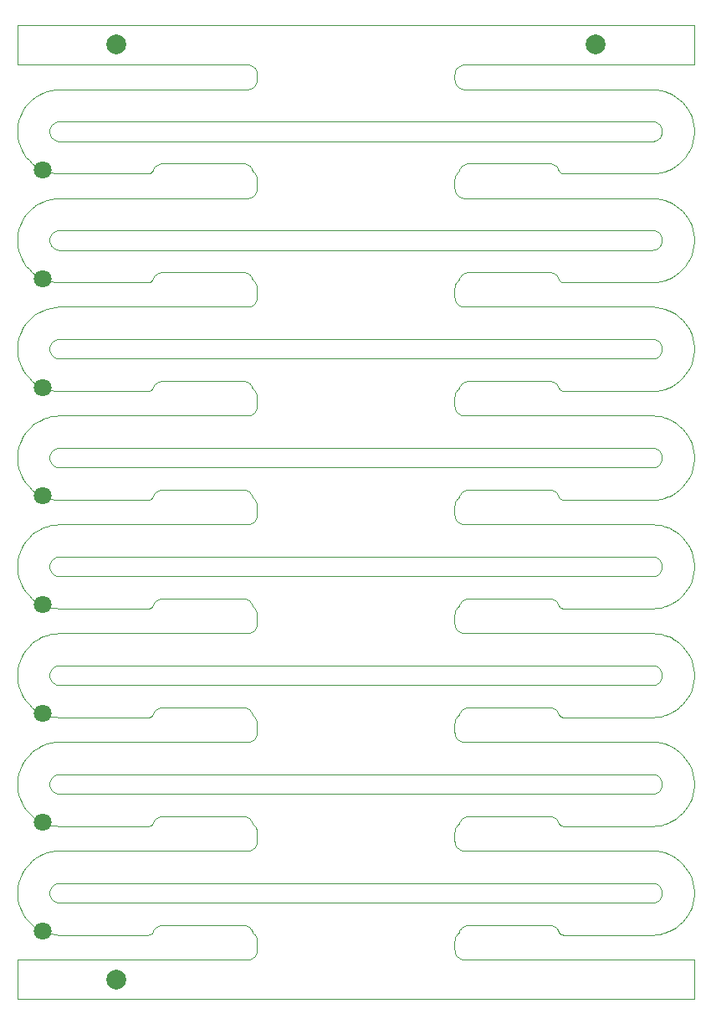
<source format=gbr>
G04 #@! TF.GenerationSoftware,KiCad,Pcbnew,5.1.5+dfsg1-2build2*
G04 #@! TF.CreationDate,2021-10-10T04:01:23+00:00*
G04 #@! TF.ProjectId,bobbin_bottom_3.3,626f6262-696e-45f6-926f-74746f6d5f33,rev?*
G04 #@! TF.SameCoordinates,Original*
G04 #@! TF.FileFunction,Soldermask,Top*
G04 #@! TF.FilePolarity,Negative*
%FSLAX46Y46*%
G04 Gerber Fmt 4.6, Leading zero omitted, Abs format (unit mm)*
G04 Created by KiCad (PCBNEW 5.1.5+dfsg1-2build2) date 2021-10-10 04:01:23*
%MOMM*%
%LPD*%
G04 APERTURE LIST*
G04 #@! TA.AperFunction,Profile*
%ADD10C,0.100000*%
G04 #@! TD*
%ADD11C,2.000000*%
%ADD12C,1.800000*%
G04 APERTURE END LIST*
D10*
X114499900Y-77215900D02*
X114401100Y-77236200D01*
X114596400Y-77185700D02*
X114499900Y-77215900D01*
X114689300Y-77145900D02*
X114596400Y-77185700D01*
X114777600Y-77096800D02*
X114689300Y-77145900D01*
X114860800Y-77038900D02*
X114777600Y-77096800D01*
X114937500Y-76973100D02*
X114860800Y-77038900D01*
X115007100Y-76899800D02*
X114937500Y-76973100D01*
X115069000Y-76819900D02*
X115007100Y-76899800D01*
X115122400Y-76734100D02*
X115069000Y-76819900D01*
X115166900Y-76643400D02*
X115122400Y-76734100D01*
X115202000Y-76548600D02*
X115166900Y-76643400D01*
X115227300Y-76450700D02*
X115202000Y-76548600D01*
X115242600Y-76350800D02*
X115227300Y-76450700D01*
X115247700Y-76249900D02*
X115242600Y-76350800D01*
X115242600Y-76149200D02*
X115247700Y-76249900D01*
X115227300Y-76049300D02*
X115242600Y-76149200D01*
X115202000Y-75951500D02*
X115227300Y-76049300D01*
X115166900Y-75856700D02*
X115202000Y-75951500D01*
X115122400Y-75766000D02*
X115166900Y-75856700D01*
X115069000Y-75680200D02*
X115122400Y-75766000D01*
X115007100Y-75600300D02*
X115069000Y-75680200D01*
X114937300Y-75526800D02*
X115007100Y-75600300D01*
X114860600Y-75461000D02*
X114937300Y-75526800D01*
X114777600Y-75403300D02*
X114860600Y-75461000D01*
X114689300Y-75354200D02*
X114777600Y-75403300D01*
X114596600Y-75314500D02*
X114689300Y-75354200D01*
X114500200Y-75284200D02*
X114596600Y-75314500D01*
X114401200Y-75263800D02*
X114500200Y-75284200D01*
X114300700Y-75253600D02*
X114401200Y-75263800D01*
X114224800Y-75251000D02*
X114300700Y-75253600D01*
X54275400Y-75251000D02*
X114224800Y-75251000D01*
X54199100Y-75253600D02*
X54275400Y-75251000D01*
X54098800Y-75263800D02*
X54199100Y-75253600D01*
X53999800Y-75284200D02*
X54098800Y-75263800D01*
X53903400Y-75314500D02*
X53999800Y-75284200D01*
X53810500Y-75354300D02*
X53903400Y-75314500D01*
X53722100Y-75403400D02*
X53810500Y-75354300D01*
X53639200Y-75461200D02*
X53722100Y-75403400D01*
X53562500Y-75527000D02*
X53639200Y-75461200D01*
X53492900Y-75600300D02*
X53562500Y-75527000D01*
X53431000Y-75680200D02*
X53492900Y-75600300D01*
X53377600Y-75766000D02*
X53431000Y-75680200D01*
X53333100Y-75856700D02*
X53377600Y-75766000D01*
X53298100Y-75951200D02*
X53333100Y-75856700D01*
X53272700Y-76049100D02*
X53298100Y-75951200D01*
X53257400Y-76149000D02*
X53272700Y-76049100D01*
X53252300Y-76249900D02*
X53257400Y-76149000D01*
X53257400Y-76350800D02*
X53252300Y-76249900D01*
X53272700Y-76450700D02*
X53257400Y-76350800D01*
X53298000Y-76548600D02*
X53272700Y-76450700D01*
X53333100Y-76643400D02*
X53298000Y-76548600D01*
X53377600Y-76734100D02*
X53333100Y-76643400D01*
X53431000Y-76819900D02*
X53377600Y-76734100D01*
X53492900Y-76899800D02*
X53431000Y-76819900D01*
X53562500Y-76973100D02*
X53492900Y-76899800D01*
X53639200Y-77038900D02*
X53562500Y-76973100D01*
X53722100Y-77096700D02*
X53639200Y-77038900D01*
X53810500Y-77145700D02*
X53722100Y-77096700D01*
X53903400Y-77185600D02*
X53810500Y-77145700D01*
X53999800Y-77215900D02*
X53903400Y-77185600D01*
X54098800Y-77236200D02*
X53999800Y-77215900D01*
X54199300Y-77246500D02*
X54098800Y-77236200D01*
X54275200Y-77249000D02*
X54199300Y-77246500D01*
X114224900Y-77249000D02*
X54275200Y-77249000D01*
X114300500Y-77246500D02*
X114224900Y-77249000D01*
X114401100Y-77236200D02*
X114300500Y-77246500D01*
X114499900Y-132216000D02*
X114401100Y-132236300D01*
X114596400Y-132185800D02*
X114499900Y-132216000D01*
X114689300Y-132145900D02*
X114596400Y-132185800D01*
X114777600Y-132096900D02*
X114689300Y-132145900D01*
X114860800Y-132039000D02*
X114777600Y-132096900D01*
X114937500Y-131973200D02*
X114860800Y-132039000D01*
X115007100Y-131899900D02*
X114937500Y-131973200D01*
X115069000Y-131820000D02*
X115007100Y-131899900D01*
X115122400Y-131734200D02*
X115069000Y-131820000D01*
X115166900Y-131643500D02*
X115122400Y-131734200D01*
X115202000Y-131548700D02*
X115166900Y-131643500D01*
X115227300Y-131450800D02*
X115202000Y-131548700D01*
X115242600Y-131350900D02*
X115227300Y-131450800D01*
X115247700Y-131250000D02*
X115242600Y-131350900D01*
X115242600Y-131149300D02*
X115247700Y-131250000D01*
X115227300Y-131049400D02*
X115242600Y-131149300D01*
X115202000Y-130951600D02*
X115227300Y-131049400D01*
X115166900Y-130856800D02*
X115202000Y-130951600D01*
X115122400Y-130766100D02*
X115166900Y-130856800D01*
X115069000Y-130680300D02*
X115122400Y-130766100D01*
X115007100Y-130600300D02*
X115069000Y-130680300D01*
X114937300Y-130526900D02*
X115007100Y-130600300D01*
X114860600Y-130461100D02*
X114937300Y-130526900D01*
X114777600Y-130403300D02*
X114860600Y-130461100D01*
X114689300Y-130354300D02*
X114777600Y-130403300D01*
X114596600Y-130314600D02*
X114689300Y-130354300D01*
X114500200Y-130284300D02*
X114596600Y-130314600D01*
X114401200Y-130263900D02*
X114500200Y-130284300D01*
X114300700Y-130253700D02*
X114401200Y-130263900D01*
X114224800Y-130251100D02*
X114300700Y-130253700D01*
X54275400Y-130251100D02*
X114224800Y-130251100D01*
X54199200Y-130253700D02*
X54275400Y-130251100D01*
X54098800Y-130263900D02*
X54199200Y-130253700D01*
X53999800Y-130284300D02*
X54098800Y-130263900D01*
X53903400Y-130314600D02*
X53999800Y-130284300D01*
X53810500Y-130354400D02*
X53903400Y-130314600D01*
X53722100Y-130403500D02*
X53810500Y-130354400D01*
X53639200Y-130461200D02*
X53722100Y-130403500D01*
X53562500Y-130527100D02*
X53639200Y-130461200D01*
X53492900Y-130600300D02*
X53562500Y-130527100D01*
X53431000Y-130680300D02*
X53492900Y-130600300D01*
X53377600Y-130766100D02*
X53431000Y-130680300D01*
X53333100Y-130856800D02*
X53377600Y-130766100D01*
X53298100Y-130951300D02*
X53333100Y-130856800D01*
X53272700Y-131049200D02*
X53298100Y-130951300D01*
X53257400Y-131149100D02*
X53272700Y-131049200D01*
X53252300Y-131250000D02*
X53257400Y-131149100D01*
X53257400Y-131350900D02*
X53252300Y-131250000D01*
X53272700Y-131450800D02*
X53257400Y-131350900D01*
X53298000Y-131548700D02*
X53272700Y-131450800D01*
X53333100Y-131643500D02*
X53298000Y-131548700D01*
X53377600Y-131734200D02*
X53333100Y-131643500D01*
X53431000Y-131820000D02*
X53377600Y-131734200D01*
X53492900Y-131899900D02*
X53431000Y-131820000D01*
X53562500Y-131973200D02*
X53492900Y-131899900D01*
X53639200Y-132039000D02*
X53562500Y-131973200D01*
X53722100Y-132096800D02*
X53639200Y-132039000D01*
X53810500Y-132145800D02*
X53722100Y-132096800D01*
X53903400Y-132185700D02*
X53810500Y-132145800D01*
X53999800Y-132216000D02*
X53903400Y-132185700D01*
X54098800Y-132236300D02*
X53999800Y-132216000D01*
X54199300Y-132246600D02*
X54098800Y-132236300D01*
X54275200Y-132249100D02*
X54199300Y-132246600D01*
X114224900Y-132249100D02*
X54275200Y-132249100D01*
X114300500Y-132246500D02*
X114224900Y-132249100D01*
X114401100Y-132236300D02*
X114300500Y-132246500D01*
X114499900Y-66215900D02*
X114401000Y-66236200D01*
X114596400Y-66185700D02*
X114499900Y-66215900D01*
X114689300Y-66145800D02*
X114596400Y-66185700D01*
X114777600Y-66096800D02*
X114689300Y-66145800D01*
X114860600Y-66039100D02*
X114777600Y-66096800D01*
X114937300Y-65973300D02*
X114860600Y-66039100D01*
X115007100Y-65899800D02*
X114937300Y-65973300D01*
X115069000Y-65819900D02*
X115007100Y-65899800D01*
X115122300Y-65734300D02*
X115069000Y-65819900D01*
X115166800Y-65643600D02*
X115122300Y-65734300D01*
X115201900Y-65548800D02*
X115166800Y-65643600D01*
X115227300Y-65451000D02*
X115201900Y-65548800D01*
X115242600Y-65351100D02*
X115227300Y-65451000D01*
X115247700Y-65250200D02*
X115242600Y-65351100D01*
X115242600Y-65149200D02*
X115247700Y-65250200D01*
X115227300Y-65049300D02*
X115242600Y-65149200D01*
X115202000Y-64951500D02*
X115227300Y-65049300D01*
X115166900Y-64856700D02*
X115202000Y-64951500D01*
X115122400Y-64765900D02*
X115166900Y-64856700D01*
X115069000Y-64680200D02*
X115122400Y-64765900D01*
X115007100Y-64600200D02*
X115069000Y-64680200D01*
X114937300Y-64526800D02*
X115007100Y-64600200D01*
X114860600Y-64461000D02*
X114937300Y-64526800D01*
X114777900Y-64403400D02*
X114860600Y-64461000D01*
X114689500Y-64354300D02*
X114777900Y-64403400D01*
X114596600Y-64314500D02*
X114689500Y-64354300D01*
X114500200Y-64284200D02*
X114596600Y-64314500D01*
X114401200Y-64263800D02*
X114500200Y-64284200D01*
X114300700Y-64253600D02*
X114401200Y-64263800D01*
X114224800Y-64251000D02*
X114300700Y-64253600D01*
X54275300Y-64251000D02*
X114224800Y-64251000D01*
X54199200Y-64253600D02*
X54275300Y-64251000D01*
X54098800Y-64263800D02*
X54199200Y-64253600D01*
X53999800Y-64284200D02*
X54098800Y-64263800D01*
X53903400Y-64314500D02*
X53999800Y-64284200D01*
X53810500Y-64354300D02*
X53903400Y-64314500D01*
X53722100Y-64403400D02*
X53810500Y-64354300D01*
X53639200Y-64461100D02*
X53722100Y-64403400D01*
X53562500Y-64527000D02*
X53639200Y-64461100D01*
X53492900Y-64600200D02*
X53562500Y-64527000D01*
X53431000Y-64680200D02*
X53492900Y-64600200D01*
X53377600Y-64765900D02*
X53431000Y-64680200D01*
X53333100Y-64856700D02*
X53377600Y-64765900D01*
X53298000Y-64951500D02*
X53333100Y-64856700D01*
X53272700Y-65049000D02*
X53298000Y-64951500D01*
X53257400Y-65148900D02*
X53272700Y-65049000D01*
X53252300Y-65249900D02*
X53257400Y-65148900D01*
X53257400Y-65350800D02*
X53252300Y-65249900D01*
X53272700Y-65450700D02*
X53257400Y-65350800D01*
X53298000Y-65548600D02*
X53272700Y-65450700D01*
X53333100Y-65643300D02*
X53298000Y-65548600D01*
X53377600Y-65734100D02*
X53333100Y-65643300D01*
X53431000Y-65819900D02*
X53377600Y-65734100D01*
X53492900Y-65899800D02*
X53431000Y-65819900D01*
X53562500Y-65973100D02*
X53492900Y-65899800D01*
X53639200Y-66038900D02*
X53562500Y-65973100D01*
X53722100Y-66096700D02*
X53639200Y-66038900D01*
X53810500Y-66145700D02*
X53722100Y-66096700D01*
X53903400Y-66185600D02*
X53810500Y-66145700D01*
X53999800Y-66215900D02*
X53903400Y-66185600D01*
X54098800Y-66236200D02*
X53999800Y-66215900D01*
X54199300Y-66246400D02*
X54098800Y-66236200D01*
X54275200Y-66249000D02*
X54199300Y-66246400D01*
X114224900Y-66249000D02*
X54275200Y-66249000D01*
X114300600Y-66246400D02*
X114224900Y-66249000D01*
X114401000Y-66236200D02*
X114300600Y-66246400D01*
X114499900Y-121216000D02*
X114401000Y-121236300D01*
X114596400Y-121185800D02*
X114499900Y-121216000D01*
X114689300Y-121145900D02*
X114596400Y-121185800D01*
X114777600Y-121096900D02*
X114689300Y-121145900D01*
X114860800Y-121039000D02*
X114777600Y-121096900D01*
X114937500Y-120973200D02*
X114860800Y-121039000D01*
X115007100Y-120899900D02*
X114937500Y-120973200D01*
X115069000Y-120820000D02*
X115007100Y-120899900D01*
X115122400Y-120734200D02*
X115069000Y-120820000D01*
X115166900Y-120643400D02*
X115122400Y-120734200D01*
X115202000Y-120548700D02*
X115166900Y-120643400D01*
X115227300Y-120450800D02*
X115202000Y-120548700D01*
X115242600Y-120350900D02*
X115227300Y-120450800D01*
X115247700Y-120250000D02*
X115242600Y-120350900D01*
X115242600Y-120149300D02*
X115247700Y-120250000D01*
X115227300Y-120049400D02*
X115242600Y-120149300D01*
X115202000Y-119951600D02*
X115227300Y-120049400D01*
X115166900Y-119856800D02*
X115202000Y-119951600D01*
X115122400Y-119766000D02*
X115166900Y-119856800D01*
X115069000Y-119680300D02*
X115122400Y-119766000D01*
X115007100Y-119600300D02*
X115069000Y-119680300D01*
X114937300Y-119526900D02*
X115007100Y-119600300D01*
X114860600Y-119461100D02*
X114937300Y-119526900D01*
X114777600Y-119403300D02*
X114860600Y-119461100D01*
X114689300Y-119354300D02*
X114777600Y-119403300D01*
X114596600Y-119314500D02*
X114689300Y-119354300D01*
X114500200Y-119284300D02*
X114596600Y-119314500D01*
X114401200Y-119263900D02*
X114500200Y-119284300D01*
X114300700Y-119253700D02*
X114401200Y-119263900D01*
X114224800Y-119251100D02*
X114300700Y-119253700D01*
X54275300Y-119251100D02*
X114224800Y-119251100D01*
X54199300Y-119253700D02*
X54275300Y-119251100D01*
X54098800Y-119263900D02*
X54199300Y-119253700D01*
X53999800Y-119284300D02*
X54098800Y-119263900D01*
X53903400Y-119314500D02*
X53999800Y-119284300D01*
X53810500Y-119354400D02*
X53903400Y-119314500D01*
X53722100Y-119403500D02*
X53810500Y-119354400D01*
X53639200Y-119461200D02*
X53722100Y-119403500D01*
X53562500Y-119527100D02*
X53639200Y-119461200D01*
X53492900Y-119600300D02*
X53562500Y-119527100D01*
X53431000Y-119680300D02*
X53492900Y-119600300D01*
X53377600Y-119766000D02*
X53431000Y-119680300D01*
X53333100Y-119856800D02*
X53377600Y-119766000D01*
X53298100Y-119951300D02*
X53333100Y-119856800D01*
X53272700Y-120049100D02*
X53298100Y-119951300D01*
X53257400Y-120149000D02*
X53272700Y-120049100D01*
X53252300Y-120250000D02*
X53257400Y-120149000D01*
X53257400Y-120350900D02*
X53252300Y-120250000D01*
X53272700Y-120450800D02*
X53257400Y-120350900D01*
X53298000Y-120548700D02*
X53272700Y-120450800D01*
X53333100Y-120643400D02*
X53298000Y-120548700D01*
X53377600Y-120734200D02*
X53333100Y-120643400D01*
X53431000Y-120820000D02*
X53377600Y-120734200D01*
X53492900Y-120899900D02*
X53431000Y-120820000D01*
X53562500Y-120973200D02*
X53492900Y-120899900D01*
X53639200Y-121039000D02*
X53562500Y-120973200D01*
X53722100Y-121096700D02*
X53639200Y-121039000D01*
X53810500Y-121145800D02*
X53722100Y-121096700D01*
X53903400Y-121185700D02*
X53810500Y-121145800D01*
X53999800Y-121215900D02*
X53903400Y-121185700D01*
X54098800Y-121236300D02*
X53999800Y-121215900D01*
X54199300Y-121246500D02*
X54098800Y-121236300D01*
X54275200Y-121249100D02*
X54199300Y-121246500D01*
X114224800Y-121249100D02*
X54275200Y-121249100D01*
X114300600Y-121246500D02*
X114224800Y-121249100D01*
X114401000Y-121236300D02*
X114300600Y-121246500D01*
X114499900Y-55215900D02*
X114401000Y-55236200D01*
X114596400Y-55185700D02*
X114499900Y-55215900D01*
X114689300Y-55145800D02*
X114596400Y-55185700D01*
X114777600Y-55096800D02*
X114689300Y-55145800D01*
X114860600Y-55039100D02*
X114777600Y-55096800D01*
X114937300Y-54973200D02*
X114860600Y-55039100D01*
X115007100Y-54899800D02*
X114937300Y-54973200D01*
X115069000Y-54819900D02*
X115007100Y-54899800D01*
X115122300Y-54734300D02*
X115069000Y-54819900D01*
X115166800Y-54643600D02*
X115122300Y-54734300D01*
X115201900Y-54548800D02*
X115166800Y-54643600D01*
X115227300Y-54451000D02*
X115201900Y-54548800D01*
X115242600Y-54351100D02*
X115227300Y-54451000D01*
X115247700Y-54250100D02*
X115242600Y-54351100D01*
X115242600Y-54149200D02*
X115247700Y-54250100D01*
X115227300Y-54049300D02*
X115242600Y-54149200D01*
X115202000Y-53951500D02*
X115227300Y-54049300D01*
X115166900Y-53856700D02*
X115202000Y-53951500D01*
X115122400Y-53765900D02*
X115166900Y-53856700D01*
X115069000Y-53680200D02*
X115122400Y-53765900D01*
X115007100Y-53600200D02*
X115069000Y-53680200D01*
X114937300Y-53526800D02*
X115007100Y-53600200D01*
X114860600Y-53460900D02*
X114937300Y-53526800D01*
X114777900Y-53403400D02*
X114860600Y-53460900D01*
X114689500Y-53354300D02*
X114777900Y-53403400D01*
X114596600Y-53314400D02*
X114689500Y-53354300D01*
X114500200Y-53284200D02*
X114596600Y-53314400D01*
X114401200Y-53263800D02*
X114500200Y-53284200D01*
X114300700Y-53253600D02*
X114401200Y-53263800D01*
X114224800Y-53251000D02*
X114300700Y-53253600D01*
X54275200Y-53251000D02*
X114224800Y-53251000D01*
X54199300Y-53253600D02*
X54275200Y-53251000D01*
X54098800Y-53263800D02*
X54199300Y-53253600D01*
X53999800Y-53284200D02*
X54098800Y-53263800D01*
X53903400Y-53314400D02*
X53999800Y-53284200D01*
X53810500Y-53354300D02*
X53903400Y-53314400D01*
X53722100Y-53403400D02*
X53810500Y-53354300D01*
X53639200Y-53461100D02*
X53722100Y-53403400D01*
X53562500Y-53527000D02*
X53639200Y-53461100D01*
X53492900Y-53600200D02*
X53562500Y-53527000D01*
X53431000Y-53680200D02*
X53492900Y-53600200D01*
X53377600Y-53765900D02*
X53431000Y-53680200D01*
X53333100Y-53856700D02*
X53377600Y-53765900D01*
X53298000Y-53951500D02*
X53333100Y-53856700D01*
X53272700Y-54049000D02*
X53298000Y-53951500D01*
X53257400Y-54148900D02*
X53272700Y-54049000D01*
X53252300Y-54249900D02*
X53257400Y-54148900D01*
X53257400Y-54350800D02*
X53252300Y-54249900D01*
X53272700Y-54450700D02*
X53257400Y-54350800D01*
X53298000Y-54548500D02*
X53272700Y-54450700D01*
X53333100Y-54643300D02*
X53298000Y-54548500D01*
X53377600Y-54734100D02*
X53333100Y-54643300D01*
X53431000Y-54819900D02*
X53377600Y-54734100D01*
X53492900Y-54899800D02*
X53431000Y-54819900D01*
X53562500Y-54973000D02*
X53492900Y-54899800D01*
X53639200Y-55038900D02*
X53562500Y-54973000D01*
X53722100Y-55096600D02*
X53639200Y-55038900D01*
X53810500Y-55145700D02*
X53722100Y-55096600D01*
X53903400Y-55185600D02*
X53810500Y-55145700D01*
X53999800Y-55215800D02*
X53903400Y-55185600D01*
X54098800Y-55236200D02*
X53999800Y-55215800D01*
X54199300Y-55246400D02*
X54098800Y-55236200D01*
X54275200Y-55249000D02*
X54199300Y-55246400D01*
X114224800Y-55249000D02*
X54275200Y-55249000D01*
X114300700Y-55246400D02*
X114224800Y-55249000D01*
X114401000Y-55236200D02*
X114300700Y-55246400D01*
X114500200Y-110215900D02*
X114400900Y-110236300D01*
X114596600Y-110185700D02*
X114500200Y-110215900D01*
X114689500Y-110145800D02*
X114596600Y-110185700D01*
X114777900Y-110096700D02*
X114689500Y-110145800D01*
X114860800Y-110039000D02*
X114777900Y-110096700D01*
X114937500Y-109973100D02*
X114860800Y-110039000D01*
X115007100Y-109899900D02*
X114937500Y-109973100D01*
X115069000Y-109819900D02*
X115007100Y-109899900D01*
X115122400Y-109734200D02*
X115069000Y-109819900D01*
X115166900Y-109643400D02*
X115122400Y-109734200D01*
X115202000Y-109548600D02*
X115166900Y-109643400D01*
X115227300Y-109450800D02*
X115202000Y-109548600D01*
X115242600Y-109350900D02*
X115227300Y-109450800D01*
X115247700Y-109250000D02*
X115242600Y-109350900D01*
X115242600Y-109149300D02*
X115247700Y-109250000D01*
X115227300Y-109049400D02*
X115242600Y-109149300D01*
X115202000Y-108951500D02*
X115227300Y-109049400D01*
X115166900Y-108856800D02*
X115202000Y-108951500D01*
X115122400Y-108766000D02*
X115166900Y-108856800D01*
X115069000Y-108680200D02*
X115122400Y-108766000D01*
X115007100Y-108600300D02*
X115069000Y-108680200D01*
X114937300Y-108526900D02*
X115007100Y-108600300D01*
X114860600Y-108461000D02*
X114937300Y-108526900D01*
X114777600Y-108403300D02*
X114860600Y-108461000D01*
X114689300Y-108354300D02*
X114777600Y-108403300D01*
X114596600Y-108314500D02*
X114689300Y-108354300D01*
X114500200Y-108284300D02*
X114596600Y-108314500D01*
X114401200Y-108263900D02*
X114500200Y-108284300D01*
X114300700Y-108253700D02*
X114401200Y-108263900D01*
X114224800Y-108251100D02*
X114300700Y-108253700D01*
X54275200Y-108251100D02*
X114224800Y-108251100D01*
X54199400Y-108253700D02*
X54275200Y-108251100D01*
X54098800Y-108263900D02*
X54199400Y-108253700D01*
X53999800Y-108284300D02*
X54098800Y-108263900D01*
X53903400Y-108314500D02*
X53999800Y-108284300D01*
X53810500Y-108354400D02*
X53903400Y-108314500D01*
X53722100Y-108403500D02*
X53810500Y-108354400D01*
X53639200Y-108461200D02*
X53722100Y-108403500D01*
X53562500Y-108527000D02*
X53639200Y-108461200D01*
X53492900Y-108600300D02*
X53562500Y-108527000D01*
X53431000Y-108680200D02*
X53492900Y-108600300D01*
X53377600Y-108766000D02*
X53431000Y-108680200D01*
X53333100Y-108856800D02*
X53377600Y-108766000D01*
X53298100Y-108951300D02*
X53333100Y-108856800D01*
X53272700Y-109049100D02*
X53298100Y-108951300D01*
X53257400Y-109149000D02*
X53272700Y-109049100D01*
X53252300Y-109250000D02*
X53257400Y-109149000D01*
X53257400Y-109350900D02*
X53252300Y-109250000D01*
X53272700Y-109450800D02*
X53257400Y-109350900D01*
X53298000Y-109548600D02*
X53272700Y-109450800D01*
X53333100Y-109643400D02*
X53298000Y-109548600D01*
X53377600Y-109734200D02*
X53333100Y-109643400D01*
X53431000Y-109819900D02*
X53377600Y-109734200D01*
X53492900Y-109899900D02*
X53431000Y-109819900D01*
X53562500Y-109973100D02*
X53492900Y-109899900D01*
X53639200Y-110039000D02*
X53562500Y-109973100D01*
X53722100Y-110096700D02*
X53639200Y-110039000D01*
X53810500Y-110145800D02*
X53722100Y-110096700D01*
X53903400Y-110185700D02*
X53810500Y-110145800D01*
X53999800Y-110215900D02*
X53903400Y-110185700D01*
X54098800Y-110236300D02*
X53999800Y-110215900D01*
X54199300Y-110246500D02*
X54098800Y-110236300D01*
X54275200Y-110249100D02*
X54199300Y-110246500D01*
X114224700Y-110249100D02*
X54275200Y-110249100D01*
X114300700Y-110246500D02*
X114224700Y-110249100D01*
X114400900Y-110236300D02*
X114300700Y-110246500D01*
X114500200Y-99215900D02*
X114400800Y-99236300D01*
X114596600Y-99185600D02*
X114500200Y-99215900D01*
X114689500Y-99145800D02*
X114596600Y-99185600D01*
X114777900Y-99096700D02*
X114689500Y-99145800D01*
X114860800Y-99039000D02*
X114777900Y-99096700D01*
X114937500Y-98973100D02*
X114860800Y-99039000D01*
X115007100Y-98899900D02*
X114937500Y-98973100D01*
X115069000Y-98819900D02*
X115007100Y-98899900D01*
X115122400Y-98734100D02*
X115069000Y-98819900D01*
X115166900Y-98643400D02*
X115122400Y-98734100D01*
X115202000Y-98548600D02*
X115166900Y-98643400D01*
X115227300Y-98450800D02*
X115202000Y-98548600D01*
X115242600Y-98350900D02*
X115227300Y-98450800D01*
X115247700Y-98249900D02*
X115242600Y-98350900D01*
X115242600Y-98149300D02*
X115247700Y-98249900D01*
X115227300Y-98049400D02*
X115242600Y-98149300D01*
X115202000Y-97951500D02*
X115227300Y-98049400D01*
X115166900Y-97856700D02*
X115202000Y-97951500D01*
X115122400Y-97766000D02*
X115166900Y-97856700D01*
X115069000Y-97680200D02*
X115122400Y-97766000D01*
X115007100Y-97600300D02*
X115069000Y-97680200D01*
X114937300Y-97526800D02*
X115007100Y-97600300D01*
X114860600Y-97461000D02*
X114937300Y-97526800D01*
X114777600Y-97403300D02*
X114860600Y-97461000D01*
X114689300Y-97354300D02*
X114777600Y-97403300D01*
X114596600Y-97314500D02*
X114689300Y-97354300D01*
X114500200Y-97284200D02*
X114596600Y-97314500D01*
X114401200Y-97263900D02*
X114500200Y-97284200D01*
X114300700Y-97253600D02*
X114401200Y-97263900D01*
X114224800Y-97251100D02*
X114300700Y-97253600D01*
X54275100Y-97251100D02*
X114224800Y-97251100D01*
X54199500Y-97253700D02*
X54275100Y-97251100D01*
X54098800Y-97263900D02*
X54199500Y-97253700D01*
X53999800Y-97284200D02*
X54098800Y-97263900D01*
X53903400Y-97314500D02*
X53999800Y-97284200D01*
X53810500Y-97354400D02*
X53903400Y-97314500D01*
X53722100Y-97403400D02*
X53810500Y-97354400D01*
X53639200Y-97461200D02*
X53722100Y-97403400D01*
X53562500Y-97527000D02*
X53639200Y-97461200D01*
X53492900Y-97600300D02*
X53562500Y-97527000D01*
X53431000Y-97680200D02*
X53492900Y-97600300D01*
X53377600Y-97766000D02*
X53431000Y-97680200D01*
X53333100Y-97856700D02*
X53377600Y-97766000D01*
X53298100Y-97951300D02*
X53333100Y-97856700D01*
X53272700Y-98049100D02*
X53298100Y-97951300D01*
X53257400Y-98149000D02*
X53272700Y-98049100D01*
X53252300Y-98249900D02*
X53257400Y-98149000D01*
X53257400Y-98350900D02*
X53252300Y-98249900D01*
X53272700Y-98450800D02*
X53257400Y-98350900D01*
X53298000Y-98548600D02*
X53272700Y-98450800D01*
X53333100Y-98643400D02*
X53298000Y-98548600D01*
X53377600Y-98734100D02*
X53333100Y-98643400D01*
X53431000Y-98819900D02*
X53377600Y-98734100D01*
X53492900Y-98899900D02*
X53431000Y-98819900D01*
X53562500Y-98973100D02*
X53492900Y-98899900D01*
X53639200Y-99039000D02*
X53562500Y-98973100D01*
X53722100Y-99096700D02*
X53639200Y-99039000D01*
X53810500Y-99145800D02*
X53722100Y-99096700D01*
X53903400Y-99185600D02*
X53810500Y-99145800D01*
X53999800Y-99215900D02*
X53903400Y-99185600D01*
X54098800Y-99236300D02*
X53999800Y-99215900D01*
X54199300Y-99246500D02*
X54098800Y-99236300D01*
X54275200Y-99249100D02*
X54199300Y-99246500D01*
X114224600Y-99249100D02*
X54275200Y-99249100D01*
X114300800Y-99246500D02*
X114224600Y-99249100D01*
X114400800Y-99236300D02*
X114300800Y-99246500D01*
X114500200Y-88215900D02*
X114400700Y-88236300D01*
X114596600Y-88185600D02*
X114500200Y-88215900D01*
X114689500Y-88145700D02*
X114596600Y-88185600D01*
X114777900Y-88096700D02*
X114689500Y-88145700D01*
X114860800Y-88038900D02*
X114777900Y-88096700D01*
X114937500Y-87973100D02*
X114860800Y-88038900D01*
X115007100Y-87899800D02*
X114937500Y-87973100D01*
X115069000Y-87819900D02*
X115007100Y-87899800D01*
X115122400Y-87734100D02*
X115069000Y-87819900D01*
X115166900Y-87643400D02*
X115122400Y-87734100D01*
X115202000Y-87548600D02*
X115166900Y-87643400D01*
X115227300Y-87450800D02*
X115202000Y-87548600D01*
X115242600Y-87350900D02*
X115227300Y-87450800D01*
X115247700Y-87249900D02*
X115242600Y-87350900D01*
X115242600Y-87149300D02*
X115247700Y-87249900D01*
X115227300Y-87049400D02*
X115242600Y-87149300D01*
X115202000Y-86951500D02*
X115227300Y-87049400D01*
X115166900Y-86856700D02*
X115202000Y-86951500D01*
X115122400Y-86766000D02*
X115166900Y-86856700D01*
X115069000Y-86680200D02*
X115122400Y-86766000D01*
X115007100Y-86600300D02*
X115069000Y-86680200D01*
X114937300Y-86526800D02*
X115007100Y-86600300D01*
X114860600Y-86461000D02*
X114937300Y-86526800D01*
X114777600Y-86403300D02*
X114860600Y-86461000D01*
X114689300Y-86354200D02*
X114777600Y-86403300D01*
X114596600Y-86314500D02*
X114689300Y-86354200D01*
X114500200Y-86284200D02*
X114596600Y-86314500D01*
X114401200Y-86263900D02*
X114500200Y-86284200D01*
X114300700Y-86253600D02*
X114401200Y-86263900D01*
X114224800Y-86251100D02*
X114300700Y-86253600D01*
X54275000Y-86251100D02*
X114224800Y-86251100D01*
X54199600Y-86253600D02*
X54275000Y-86251100D01*
X54098800Y-86263900D02*
X54199600Y-86253600D01*
X53999800Y-86284200D02*
X54098800Y-86263900D01*
X53903400Y-86314500D02*
X53999800Y-86284200D01*
X53810500Y-86354400D02*
X53903400Y-86314500D01*
X53722100Y-86403400D02*
X53810500Y-86354400D01*
X53639200Y-86461200D02*
X53722100Y-86403400D01*
X53562500Y-86527000D02*
X53639200Y-86461200D01*
X53492900Y-86600300D02*
X53562500Y-86527000D01*
X53431000Y-86680200D02*
X53492900Y-86600300D01*
X53377600Y-86766000D02*
X53431000Y-86680200D01*
X53333100Y-86856700D02*
X53377600Y-86766000D01*
X53298100Y-86951200D02*
X53333100Y-86856700D01*
X53272700Y-87049100D02*
X53298100Y-86951200D01*
X53257400Y-87149000D02*
X53272700Y-87049100D01*
X53252300Y-87249900D02*
X53257400Y-87149000D01*
X53257400Y-87350900D02*
X53252300Y-87249900D01*
X53272700Y-87450800D02*
X53257400Y-87350900D01*
X53298000Y-87548600D02*
X53272700Y-87450800D01*
X53333100Y-87643400D02*
X53298000Y-87548600D01*
X53377600Y-87734100D02*
X53333100Y-87643400D01*
X53431000Y-87819900D02*
X53377600Y-87734100D01*
X53492900Y-87899800D02*
X53431000Y-87819900D01*
X53562500Y-87973100D02*
X53492900Y-87899800D01*
X53639200Y-88038900D02*
X53562500Y-87973100D01*
X53722100Y-88096700D02*
X53639200Y-88038900D01*
X53810500Y-88145700D02*
X53722100Y-88096700D01*
X53903400Y-88185600D02*
X53810500Y-88145700D01*
X53999800Y-88215900D02*
X53903400Y-88185600D01*
X54098800Y-88236200D02*
X53999800Y-88215900D01*
X54199300Y-88246500D02*
X54098800Y-88236200D01*
X54275200Y-88249100D02*
X54199300Y-88246500D01*
X114224500Y-88249100D02*
X54275200Y-88249100D01*
X114300900Y-88246500D02*
X114224500Y-88249100D01*
X114400700Y-88236300D02*
X114300900Y-88246500D01*
X118471000Y-43499000D02*
X50014600Y-43499700D01*
X118487300Y-43500000D02*
X118471000Y-43499000D01*
X118492900Y-43503700D02*
X118487300Y-43500000D01*
X118494800Y-43508200D02*
X118492900Y-43503700D01*
X118495500Y-43523500D02*
X118494800Y-43508200D01*
X118495500Y-47475500D02*
X118495500Y-43523500D01*
X118494300Y-47492700D02*
X118495500Y-47475500D01*
X118491600Y-47496700D02*
X118494300Y-47492700D01*
X118487300Y-47499000D02*
X118491600Y-47496700D01*
X95241200Y-47500000D02*
X118487300Y-47499000D01*
X95144000Y-47504800D02*
X95241200Y-47500000D01*
X95047900Y-47519000D02*
X95144000Y-47504800D01*
X94953600Y-47542600D02*
X95047900Y-47519000D01*
X94862200Y-47575400D02*
X94953600Y-47542600D01*
X94774300Y-47616900D02*
X94862200Y-47575400D01*
X94691000Y-47666900D02*
X94774300Y-47616900D01*
X94613000Y-47724700D02*
X94691000Y-47666900D01*
X94541000Y-47790000D02*
X94613000Y-47724700D01*
X94475700Y-47862000D02*
X94541000Y-47790000D01*
X94417900Y-47940000D02*
X94475700Y-47862000D01*
X94367900Y-48023300D02*
X94417900Y-47940000D01*
X94326400Y-48111100D02*
X94367900Y-48023300D01*
X94293600Y-48202600D02*
X94326400Y-48111100D01*
X94270000Y-48296900D02*
X94293600Y-48202600D01*
X94255800Y-48393000D02*
X94270000Y-48296900D01*
X94251000Y-48490200D02*
X94255800Y-48393000D01*
X94251000Y-49008800D02*
X94251000Y-48490200D01*
X94255800Y-49106000D02*
X94251000Y-49008800D01*
X94270000Y-49202100D02*
X94255800Y-49106000D01*
X94293600Y-49296400D02*
X94270000Y-49202100D01*
X94326400Y-49387900D02*
X94293600Y-49296400D01*
X94367900Y-49475700D02*
X94326400Y-49387900D01*
X94417900Y-49559000D02*
X94367900Y-49475700D01*
X94475700Y-49637000D02*
X94417900Y-49559000D01*
X94541000Y-49709000D02*
X94475700Y-49637000D01*
X94613000Y-49774300D02*
X94541000Y-49709000D01*
X94691000Y-49832100D02*
X94613000Y-49774300D01*
X94774300Y-49882100D02*
X94691000Y-49832100D01*
X94862200Y-49923600D02*
X94774300Y-49882100D01*
X94953600Y-49956400D02*
X94862200Y-49923600D01*
X95047900Y-49980000D02*
X94953600Y-49956400D01*
X95144000Y-49994200D02*
X95047900Y-49980000D01*
X95241200Y-49999000D02*
X95144000Y-49994200D01*
X114243700Y-49999000D02*
X95241200Y-49999000D01*
X114679800Y-50021100D02*
X114243700Y-49999000D01*
X115105900Y-50086400D02*
X114679800Y-50021100D01*
X115522300Y-50194200D02*
X115105900Y-50086400D01*
X115914500Y-50339100D02*
X115522300Y-50194200D01*
X115937800Y-50349100D02*
X115914500Y-50339100D01*
X116301600Y-50527500D02*
X115937800Y-50349100D01*
X116323800Y-50539900D02*
X116301600Y-50527500D01*
X116678500Y-50761400D02*
X116323800Y-50539900D01*
X117018600Y-51024600D02*
X116678500Y-50761400D01*
X117330700Y-51321300D02*
X117018600Y-51024600D01*
X117603300Y-51638300D02*
X117330700Y-51321300D01*
X117618900Y-51658400D02*
X117603300Y-51638300D01*
X117850300Y-51990900D02*
X117618900Y-51658400D01*
X117863800Y-52012500D02*
X117850300Y-51990900D01*
X118066400Y-52378300D02*
X117863800Y-52012500D01*
X118236000Y-52773500D02*
X118066400Y-52378300D01*
X118364900Y-53184300D02*
X118236000Y-52773500D01*
X118449400Y-53593800D02*
X118364900Y-53184300D01*
X118453300Y-53618900D02*
X118449400Y-53593800D01*
X118494300Y-54022000D02*
X118453300Y-53618900D01*
X118495500Y-54047400D02*
X118494300Y-54022000D01*
X118495200Y-54465600D02*
X118495500Y-54047400D01*
X118451700Y-54893400D02*
X118495200Y-54465600D01*
X118365000Y-55315200D02*
X118451700Y-54893400D01*
X118240200Y-55714200D02*
X118365000Y-55315200D01*
X118231400Y-55738100D02*
X118240200Y-55714200D01*
X118071600Y-56110400D02*
X118231400Y-55738100D01*
X118060400Y-56133200D02*
X118071600Y-56110400D01*
X117857200Y-56498700D02*
X118060400Y-56133200D01*
X117611200Y-56852100D02*
X117857200Y-56498700D01*
X117331000Y-57178400D02*
X117611200Y-56852100D01*
X117018900Y-57475100D02*
X117331000Y-57178400D01*
X116678500Y-57738700D02*
X117018900Y-57475100D01*
X116323800Y-57960100D02*
X116678500Y-57738700D01*
X116301600Y-57972500D02*
X116323800Y-57960100D01*
X115937900Y-58150900D02*
X116301600Y-57972500D01*
X115914500Y-58160900D02*
X115937900Y-58150900D01*
X115522200Y-58305800D02*
X115914500Y-58160900D01*
X115105400Y-58413700D02*
X115522200Y-58305800D01*
X114679800Y-58478900D02*
X115105400Y-58413700D01*
X114243800Y-58501000D02*
X114679800Y-58478900D01*
X105243400Y-58500700D02*
X114243800Y-58501000D01*
X105197400Y-58497900D02*
X105243400Y-58500700D01*
X105146100Y-58489800D02*
X105197400Y-58497900D01*
X105095500Y-58476200D02*
X105146100Y-58489800D01*
X105058300Y-58462300D02*
X105095500Y-58476200D01*
X104999900Y-58433700D02*
X105058300Y-58462300D01*
X104966600Y-58412500D02*
X104999900Y-58433700D01*
X104945300Y-58397000D02*
X104966600Y-58412500D01*
X104905500Y-58363000D02*
X104945300Y-58397000D01*
X104878100Y-58335200D02*
X104905500Y-58363000D01*
X104853000Y-58304700D02*
X104878100Y-58335200D01*
X104816300Y-58250100D02*
X104853000Y-58304700D01*
X104792500Y-58203400D02*
X104816300Y-58250100D01*
X104740500Y-58073800D02*
X104792500Y-58203400D01*
X104697000Y-57990800D02*
X104740500Y-58073800D01*
X104645900Y-57912300D02*
X104697000Y-57990800D01*
X104587700Y-57839000D02*
X104645900Y-57912300D01*
X104522700Y-57771500D02*
X104587700Y-57839000D01*
X104451700Y-57710500D02*
X104522700Y-57771500D01*
X104375200Y-57656400D02*
X104451700Y-57710500D01*
X104293900Y-57609800D02*
X104375200Y-57656400D01*
X104208600Y-57571100D02*
X104293900Y-57609800D01*
X104120000Y-57540700D02*
X104208600Y-57571100D01*
X104029000Y-57518700D02*
X104120000Y-57540700D01*
X103936300Y-57505400D02*
X104029000Y-57518700D01*
X103842500Y-57501000D02*
X103936300Y-57505400D01*
X95657500Y-57501000D02*
X103842500Y-57501000D01*
X95563700Y-57505400D02*
X95657500Y-57501000D01*
X95471000Y-57518700D02*
X95563700Y-57505400D01*
X95380000Y-57540700D02*
X95471000Y-57518700D01*
X95291400Y-57571100D02*
X95380000Y-57540700D01*
X95206100Y-57609800D02*
X95291400Y-57571100D01*
X95124800Y-57656400D02*
X95206100Y-57609800D01*
X95048300Y-57710500D02*
X95124800Y-57656400D01*
X94977300Y-57771500D02*
X95048300Y-57710500D01*
X94912300Y-57839000D02*
X94977300Y-57771500D01*
X94854100Y-57912300D02*
X94912300Y-57839000D01*
X94803000Y-57990800D02*
X94854100Y-57912300D01*
X94759500Y-58073800D02*
X94803000Y-57990800D01*
X94701800Y-58215300D02*
X94759500Y-58073800D01*
X94683400Y-58250600D02*
X94701800Y-58215300D01*
X94655200Y-58294100D02*
X94683400Y-58250600D01*
X94621900Y-58335200D02*
X94655200Y-58294100D01*
X94565200Y-58390300D02*
X94621900Y-58335200D01*
X94494600Y-58463400D02*
X94565200Y-58390300D01*
X94432000Y-58543100D02*
X94494600Y-58463400D01*
X94378000Y-58628700D02*
X94432000Y-58543100D01*
X94332900Y-58719500D02*
X94378000Y-58628700D01*
X94297400Y-58814400D02*
X94332900Y-58719500D01*
X94271700Y-58912400D02*
X94297400Y-58814400D01*
X94256200Y-59012500D02*
X94271700Y-58912400D01*
X94251000Y-59114000D02*
X94256200Y-59012500D01*
X94251000Y-60008800D02*
X94251000Y-59114000D01*
X94255800Y-60106000D02*
X94251000Y-60008800D01*
X94270000Y-60202200D02*
X94255800Y-60106000D01*
X94293600Y-60296400D02*
X94270000Y-60202200D01*
X94326400Y-60387900D02*
X94293600Y-60296400D01*
X94367900Y-60475700D02*
X94326400Y-60387900D01*
X94417900Y-60559000D02*
X94367900Y-60475700D01*
X94475700Y-60637100D02*
X94417900Y-60559000D01*
X94541000Y-60709000D02*
X94475700Y-60637100D01*
X94613000Y-60774300D02*
X94541000Y-60709000D01*
X94691000Y-60832200D02*
X94613000Y-60774300D01*
X94774300Y-60882100D02*
X94691000Y-60832200D01*
X94862200Y-60923600D02*
X94774300Y-60882100D01*
X94953600Y-60956400D02*
X94862200Y-60923600D01*
X95047900Y-60980000D02*
X94953600Y-60956400D01*
X95144000Y-60994200D02*
X95047900Y-60980000D01*
X95241200Y-60999000D02*
X95144000Y-60994200D01*
X114243700Y-60999000D02*
X95241200Y-60999000D01*
X114680300Y-61021200D02*
X114243700Y-60999000D01*
X115093100Y-61084100D02*
X114680300Y-61021200D01*
X115118000Y-61089200D02*
X115093100Y-61084100D01*
X115522300Y-61194200D02*
X115118000Y-61089200D01*
X115914500Y-61339100D02*
X115522300Y-61194200D01*
X115937800Y-61349100D02*
X115914500Y-61339100D01*
X116301600Y-61527600D02*
X115937800Y-61349100D01*
X116323800Y-61539900D02*
X116301600Y-61527600D01*
X116678500Y-61761400D02*
X116323800Y-61539900D01*
X117018600Y-62024600D02*
X116678500Y-61761400D01*
X117330700Y-62321300D02*
X117018600Y-62024600D01*
X117603300Y-62638300D02*
X117330700Y-62321300D01*
X117618900Y-62658400D02*
X117603300Y-62638300D01*
X117850300Y-62990900D02*
X117618900Y-62658400D01*
X117863800Y-63012500D02*
X117850300Y-62990900D01*
X118066400Y-63378300D02*
X117863800Y-63012500D01*
X118236000Y-63773500D02*
X118066400Y-63378300D01*
X118364900Y-64184400D02*
X118236000Y-63773500D01*
X118449400Y-64593800D02*
X118364900Y-64184400D01*
X118453300Y-64619000D02*
X118449400Y-64593800D01*
X118494300Y-65022000D02*
X118453300Y-64619000D01*
X118495500Y-65047400D02*
X118494300Y-65022000D01*
X118495200Y-65465600D02*
X118495500Y-65047400D01*
X118451700Y-65893500D02*
X118495200Y-65465600D01*
X118365000Y-66315200D02*
X118451700Y-65893500D01*
X118240200Y-66714300D02*
X118365000Y-66315200D01*
X118231400Y-66738100D02*
X118240200Y-66714300D01*
X118071600Y-67110400D02*
X118231400Y-66738100D01*
X118060400Y-67133300D02*
X118071600Y-67110400D01*
X117857200Y-67498700D02*
X118060400Y-67133300D01*
X117611200Y-67852100D02*
X117857200Y-67498700D01*
X117331000Y-68178400D02*
X117611200Y-67852100D01*
X117018900Y-68475100D02*
X117331000Y-68178400D01*
X116678500Y-68738700D02*
X117018900Y-68475100D01*
X116323800Y-68960100D02*
X116678500Y-68738700D01*
X116301600Y-68972500D02*
X116323800Y-68960100D01*
X115937900Y-69150900D02*
X116301600Y-68972500D01*
X115914500Y-69160900D02*
X115937900Y-69150900D01*
X115522200Y-69305800D02*
X115914500Y-69160900D01*
X115105400Y-69413700D02*
X115522200Y-69305800D01*
X114679800Y-69478900D02*
X115105400Y-69413700D01*
X114243800Y-69501000D02*
X114679800Y-69478900D01*
X105243400Y-69500700D02*
X114243800Y-69501000D01*
X105197400Y-69497900D02*
X105243400Y-69500700D01*
X105146100Y-69489800D02*
X105197400Y-69497900D01*
X105095500Y-69476200D02*
X105146100Y-69489800D01*
X105058300Y-69462300D02*
X105095500Y-69476200D01*
X104999900Y-69433700D02*
X105058300Y-69462300D01*
X104966600Y-69412500D02*
X104999900Y-69433700D01*
X104945300Y-69397100D02*
X104966600Y-69412500D01*
X104905500Y-69363000D02*
X104945300Y-69397100D01*
X104878100Y-69335200D02*
X104905500Y-69363000D01*
X104853000Y-69304700D02*
X104878100Y-69335200D01*
X104816300Y-69250100D02*
X104853000Y-69304700D01*
X104792500Y-69203400D02*
X104816300Y-69250100D01*
X104740500Y-69073800D02*
X104792500Y-69203400D01*
X104697000Y-68990800D02*
X104740500Y-69073800D01*
X104645900Y-68912300D02*
X104697000Y-68990800D01*
X104587700Y-68839000D02*
X104645900Y-68912300D01*
X104522700Y-68771500D02*
X104587700Y-68839000D01*
X104451700Y-68710500D02*
X104522700Y-68771500D01*
X104375200Y-68656400D02*
X104451700Y-68710500D01*
X104293900Y-68609800D02*
X104375200Y-68656400D01*
X104208600Y-68571100D02*
X104293900Y-68609800D01*
X104120000Y-68540700D02*
X104208600Y-68571100D01*
X104029000Y-68518700D02*
X104120000Y-68540700D01*
X103936200Y-68505400D02*
X104029000Y-68518700D01*
X103842400Y-68501000D02*
X103936200Y-68505400D01*
X95657500Y-68501000D02*
X103842400Y-68501000D01*
X95563700Y-68505500D02*
X95657500Y-68501000D01*
X95471000Y-68518700D02*
X95563700Y-68505500D01*
X95380000Y-68540700D02*
X95471000Y-68518700D01*
X95291400Y-68571100D02*
X95380000Y-68540700D01*
X95206100Y-68609800D02*
X95291400Y-68571100D01*
X95124800Y-68656400D02*
X95206100Y-68609800D01*
X95048300Y-68710500D02*
X95124800Y-68656400D01*
X94977300Y-68771500D02*
X95048300Y-68710500D01*
X94912300Y-68839000D02*
X94977300Y-68771500D01*
X94854100Y-68912300D02*
X94912300Y-68839000D01*
X94803000Y-68990900D02*
X94854100Y-68912300D01*
X94759500Y-69073800D02*
X94803000Y-68990900D01*
X94701800Y-69215300D02*
X94759500Y-69073800D01*
X94683700Y-69250100D02*
X94701800Y-69215300D01*
X94662300Y-69283700D02*
X94683700Y-69250100D01*
X94621900Y-69335200D02*
X94662300Y-69283700D01*
X94565200Y-69390300D02*
X94621900Y-69335200D01*
X94494600Y-69463400D02*
X94565200Y-69390300D01*
X94432000Y-69543100D02*
X94494600Y-69463400D01*
X94378000Y-69628800D02*
X94432000Y-69543100D01*
X94332900Y-69719500D02*
X94378000Y-69628800D01*
X94297400Y-69814400D02*
X94332900Y-69719500D01*
X94271700Y-69912400D02*
X94297400Y-69814400D01*
X94256200Y-70012600D02*
X94271700Y-69912400D01*
X94251000Y-70114000D02*
X94256200Y-70012600D01*
X94251000Y-71008800D02*
X94251000Y-70114000D01*
X94255800Y-71106100D02*
X94251000Y-71008800D01*
X94270000Y-71202200D02*
X94255800Y-71106100D01*
X94293600Y-71296400D02*
X94270000Y-71202200D01*
X94326400Y-71387900D02*
X94293600Y-71296400D01*
X94367900Y-71475700D02*
X94326400Y-71387900D01*
X94417900Y-71559000D02*
X94367900Y-71475700D01*
X94475700Y-71637100D02*
X94417900Y-71559000D01*
X94541000Y-71709100D02*
X94475700Y-71637100D01*
X94613000Y-71774300D02*
X94541000Y-71709100D01*
X94691000Y-71832200D02*
X94613000Y-71774300D01*
X94774300Y-71882100D02*
X94691000Y-71832200D01*
X94862200Y-71923700D02*
X94774300Y-71882100D01*
X94953600Y-71956400D02*
X94862200Y-71923700D01*
X95047900Y-71980000D02*
X94953600Y-71956400D01*
X95144000Y-71994200D02*
X95047900Y-71980000D01*
X95241200Y-71999000D02*
X95144000Y-71994200D01*
X114243800Y-71999000D02*
X95241200Y-71999000D01*
X114667300Y-72020200D02*
X114243800Y-71999000D01*
X114692600Y-72022800D02*
X114667300Y-72020200D01*
X115105400Y-72086300D02*
X114692600Y-72022800D01*
X115510300Y-72190800D02*
X115105400Y-72086300D01*
X115534500Y-72198400D02*
X115510300Y-72190800D01*
X115914500Y-72339100D02*
X115534500Y-72198400D01*
X115937800Y-72349100D02*
X115914500Y-72339100D01*
X116313100Y-72533600D02*
X115937800Y-72349100D01*
X116678100Y-72761100D02*
X116313100Y-72533600D01*
X117008900Y-73016800D02*
X116678100Y-72761100D01*
X117028200Y-73033300D02*
X117008900Y-73016800D01*
X117331100Y-73321700D02*
X117028200Y-73033300D01*
X117611200Y-73648000D02*
X117331100Y-73321700D01*
X117857200Y-74001400D02*
X117611200Y-73648000D01*
X118060400Y-74366800D02*
X117857200Y-74001400D01*
X118071600Y-74389600D02*
X118060400Y-74366800D01*
X118236200Y-74774000D02*
X118071600Y-74389600D01*
X118364900Y-75184400D02*
X118236200Y-74774000D01*
X118449400Y-75593800D02*
X118364900Y-75184400D01*
X118453300Y-75619000D02*
X118449400Y-75593800D01*
X118494300Y-76022000D02*
X118453300Y-75619000D01*
X118495500Y-76047400D02*
X118494300Y-76022000D01*
X118495200Y-76465600D02*
X118495500Y-76047400D01*
X118451700Y-76893500D02*
X118495200Y-76465600D01*
X118365000Y-77315300D02*
X118451700Y-76893500D01*
X118240200Y-77714300D02*
X118365000Y-77315300D01*
X118231400Y-77738100D02*
X118240200Y-77714300D01*
X118071600Y-78110400D02*
X118231400Y-77738100D01*
X118060400Y-78133300D02*
X118071600Y-78110400D01*
X117857200Y-78498700D02*
X118060400Y-78133300D01*
X117611200Y-78852100D02*
X117857200Y-78498700D01*
X117331000Y-79178400D02*
X117611200Y-78852100D01*
X117018900Y-79475100D02*
X117331000Y-79178400D01*
X116678500Y-79738700D02*
X117018900Y-79475100D01*
X116323800Y-79960100D02*
X116678500Y-79738700D01*
X116301600Y-79972500D02*
X116323800Y-79960100D01*
X115937900Y-80150900D02*
X116301600Y-79972500D01*
X115914500Y-80160900D02*
X115937900Y-80150900D01*
X115522200Y-80305900D02*
X115914500Y-80160900D01*
X115118100Y-80410800D02*
X115522200Y-80305900D01*
X115093100Y-80415900D02*
X115118100Y-80410800D01*
X114679800Y-80478900D02*
X115093100Y-80415900D01*
X114243800Y-80501000D02*
X114679800Y-80478900D01*
X105256600Y-80501000D02*
X114243800Y-80501000D01*
X105197900Y-80498000D02*
X105256600Y-80501000D01*
X105146100Y-80489800D02*
X105197900Y-80498000D01*
X105107700Y-80479900D02*
X105146100Y-80489800D01*
X105058500Y-80462400D02*
X105107700Y-80479900D01*
X105034500Y-80451800D02*
X105058500Y-80462400D01*
X104999400Y-80433500D02*
X105034500Y-80451800D01*
X104955500Y-80404900D02*
X104999400Y-80433500D01*
X104914800Y-80371900D02*
X104955500Y-80404900D01*
X104878100Y-80335200D02*
X104914800Y-80371900D01*
X104844800Y-80294100D02*
X104878100Y-80335200D01*
X104816300Y-80250100D02*
X104844800Y-80294100D01*
X104792500Y-80203400D02*
X104816300Y-80250100D01*
X104740500Y-80073800D02*
X104792500Y-80203400D01*
X104697000Y-79990800D02*
X104740500Y-80073800D01*
X104645900Y-79912300D02*
X104697000Y-79990800D01*
X104587600Y-79839000D02*
X104645900Y-79912300D01*
X104522700Y-79771500D02*
X104587600Y-79839000D01*
X104451600Y-79710500D02*
X104522700Y-79771500D01*
X104375200Y-79656400D02*
X104451600Y-79710500D01*
X104293900Y-79609800D02*
X104375200Y-79656400D01*
X104208600Y-79571100D02*
X104293900Y-79609800D01*
X104120000Y-79540700D02*
X104208600Y-79571100D01*
X104029000Y-79518700D02*
X104120000Y-79540700D01*
X103936200Y-79505400D02*
X104029000Y-79518700D01*
X103842400Y-79501000D02*
X103936200Y-79505400D01*
X95657500Y-79501000D02*
X103842400Y-79501000D01*
X95563700Y-79505500D02*
X95657500Y-79501000D01*
X95471000Y-79518700D02*
X95563700Y-79505500D01*
X95380000Y-79540700D02*
X95471000Y-79518700D01*
X95291400Y-79571200D02*
X95380000Y-79540700D01*
X95206100Y-79609900D02*
X95291400Y-79571200D01*
X95124800Y-79656400D02*
X95206100Y-79609900D01*
X95048300Y-79710500D02*
X95124800Y-79656400D01*
X94977300Y-79771600D02*
X95048300Y-79710500D01*
X94912300Y-79839000D02*
X94977300Y-79771600D01*
X94854100Y-79912400D02*
X94912300Y-79839000D01*
X94803000Y-79990900D02*
X94854100Y-79912400D01*
X94759500Y-80073900D02*
X94803000Y-79990900D01*
X94701800Y-80215300D02*
X94759500Y-80073900D01*
X94683700Y-80250200D02*
X94701800Y-80215300D01*
X94662300Y-80283700D02*
X94683700Y-80250200D01*
X94621900Y-80335300D02*
X94662300Y-80283700D01*
X94565200Y-80390300D02*
X94621900Y-80335300D01*
X94494600Y-80463400D02*
X94565200Y-80390300D01*
X94432000Y-80543100D02*
X94494600Y-80463400D01*
X94378000Y-80628800D02*
X94432000Y-80543100D01*
X94332900Y-80719500D02*
X94378000Y-80628800D01*
X94297400Y-80814400D02*
X94332900Y-80719500D01*
X94271700Y-80912400D02*
X94297400Y-80814400D01*
X94256200Y-81012600D02*
X94271700Y-80912400D01*
X94251000Y-81114000D02*
X94256200Y-81012600D01*
X94251000Y-82008800D02*
X94251000Y-81114000D01*
X94255800Y-82106100D02*
X94251000Y-82008800D01*
X94270000Y-82202200D02*
X94255800Y-82106100D01*
X94293600Y-82296400D02*
X94270000Y-82202200D01*
X94326400Y-82387900D02*
X94293600Y-82296400D01*
X94367900Y-82475700D02*
X94326400Y-82387900D01*
X94417900Y-82559100D02*
X94367900Y-82475700D01*
X94475700Y-82637100D02*
X94417900Y-82559100D01*
X94541000Y-82709100D02*
X94475700Y-82637100D01*
X94613000Y-82774300D02*
X94541000Y-82709100D01*
X94691000Y-82832200D02*
X94613000Y-82774300D01*
X94774300Y-82882200D02*
X94691000Y-82832200D01*
X94862200Y-82923700D02*
X94774300Y-82882200D01*
X94953600Y-82956400D02*
X94862200Y-82923700D01*
X95047900Y-82980000D02*
X94953600Y-82956400D01*
X95144000Y-82994300D02*
X95047900Y-82980000D01*
X95241200Y-82999100D02*
X95144000Y-82994300D01*
X114243800Y-82999100D02*
X95241200Y-82999100D01*
X114667300Y-83020200D02*
X114243800Y-82999100D01*
X114692600Y-83022800D02*
X114667300Y-83020200D01*
X115105900Y-83086400D02*
X114692600Y-83022800D01*
X115522800Y-83194400D02*
X115105900Y-83086400D01*
X115926100Y-83343800D02*
X115522800Y-83194400D01*
X116301600Y-83527600D02*
X115926100Y-83343800D01*
X116323800Y-83539900D02*
X116301600Y-83527600D01*
X116678500Y-83761400D02*
X116323800Y-83539900D01*
X117018600Y-84024700D02*
X116678500Y-83761400D01*
X117321900Y-84312500D02*
X117018600Y-84024700D01*
X117339400Y-84330900D02*
X117321900Y-84312500D01*
X117603300Y-84638300D02*
X117339400Y-84330900D01*
X117618900Y-84658400D02*
X117603300Y-84638300D01*
X117857500Y-85001800D02*
X117618900Y-84658400D01*
X118066200Y-85377900D02*
X117857500Y-85001800D01*
X118236000Y-85773600D02*
X118066200Y-85377900D01*
X118361500Y-86172400D02*
X118236000Y-85773600D01*
X118367900Y-86197000D02*
X118361500Y-86172400D01*
X118449400Y-86593900D02*
X118367900Y-86197000D01*
X118453300Y-86619000D02*
X118449400Y-86593900D01*
X118495200Y-87034500D02*
X118453300Y-86619000D01*
X118495500Y-87452900D02*
X118495200Y-87034500D01*
X118494300Y-87478000D02*
X118495500Y-87452900D01*
X118453300Y-87881100D02*
X118494300Y-87478000D01*
X118449400Y-87906200D02*
X118453300Y-87881100D01*
X118364900Y-88315800D02*
X118449400Y-87906200D01*
X118236200Y-88726100D02*
X118364900Y-88315800D01*
X118066400Y-89121800D02*
X118236200Y-88726100D01*
X117863800Y-89487500D02*
X118066400Y-89121800D01*
X117850300Y-89509100D02*
X117863800Y-89487500D01*
X117611200Y-89852100D02*
X117850300Y-89509100D01*
X117331000Y-90178500D02*
X117611200Y-89852100D01*
X117028200Y-90466800D02*
X117331000Y-90178500D01*
X117008900Y-90483300D02*
X117028200Y-90466800D01*
X116678000Y-90739000D02*
X117008900Y-90483300D01*
X116313100Y-90966500D02*
X116678000Y-90739000D01*
X115937900Y-91150900D02*
X116313100Y-90966500D01*
X115914500Y-91161000D02*
X115937900Y-91150900D01*
X115534500Y-91301700D02*
X115914500Y-91161000D01*
X115510300Y-91309300D02*
X115534500Y-91301700D01*
X115105900Y-91413700D02*
X115510300Y-91309300D01*
X114692700Y-91477300D02*
X115105900Y-91413700D01*
X114667400Y-91479900D02*
X114692700Y-91477300D01*
X114249900Y-91501000D02*
X114667400Y-91479900D01*
X105243500Y-91500700D02*
X114249900Y-91501000D01*
X105197400Y-91497900D02*
X105243500Y-91500700D01*
X105146100Y-91489800D02*
X105197400Y-91497900D01*
X105095500Y-91476300D02*
X105146100Y-91489800D01*
X105058300Y-91462400D02*
X105095500Y-91476300D01*
X104999900Y-91433800D02*
X105058300Y-91462400D01*
X104966600Y-91412500D02*
X104999900Y-91433800D01*
X104945300Y-91397100D02*
X104966600Y-91412500D01*
X104905500Y-91363100D02*
X104945300Y-91397100D01*
X104878100Y-91335200D02*
X104905500Y-91363100D01*
X104853000Y-91304800D02*
X104878100Y-91335200D01*
X104816300Y-91250100D02*
X104853000Y-91304800D01*
X104792500Y-91203400D02*
X104816300Y-91250100D01*
X104740500Y-91073900D02*
X104792500Y-91203400D01*
X104697100Y-90990900D02*
X104740500Y-91073900D01*
X104646000Y-90912400D02*
X104697100Y-90990900D01*
X104587700Y-90839100D02*
X104646000Y-90912400D01*
X104522700Y-90771600D02*
X104587700Y-90839100D01*
X104451700Y-90710600D02*
X104522700Y-90771600D01*
X104375200Y-90656500D02*
X104451700Y-90710600D01*
X104293900Y-90609900D02*
X104375200Y-90656500D01*
X104208600Y-90571200D02*
X104293900Y-90609900D01*
X104120100Y-90540800D02*
X104208600Y-90571200D01*
X104029000Y-90518800D02*
X104120100Y-90540800D01*
X103936300Y-90505500D02*
X104029000Y-90518800D01*
X103842500Y-90501100D02*
X103936300Y-90505500D01*
X95657600Y-90501100D02*
X103842500Y-90501100D01*
X95563800Y-90505500D02*
X95657600Y-90501100D01*
X95471000Y-90518800D02*
X95563800Y-90505500D01*
X95380000Y-90540700D02*
X95471000Y-90518800D01*
X95291400Y-90571200D02*
X95380000Y-90540700D01*
X95206100Y-90609900D02*
X95291400Y-90571200D01*
X95124800Y-90656500D02*
X95206100Y-90609900D01*
X95048300Y-90710500D02*
X95124800Y-90656500D01*
X94977300Y-90771600D02*
X95048300Y-90710500D01*
X94912300Y-90839100D02*
X94977300Y-90771600D01*
X94854100Y-90912400D02*
X94912300Y-90839100D01*
X94803000Y-90990900D02*
X94854100Y-90912400D01*
X94759500Y-91073900D02*
X94803000Y-90990900D01*
X94701800Y-91215300D02*
X94759500Y-91073900D01*
X94683400Y-91250600D02*
X94701800Y-91215300D01*
X94655200Y-91294100D02*
X94683400Y-91250600D01*
X94621900Y-91335300D02*
X94655200Y-91294100D01*
X94565200Y-91390300D02*
X94621900Y-91335300D01*
X94494600Y-91463400D02*
X94565200Y-91390300D01*
X94432000Y-91543100D02*
X94494600Y-91463400D01*
X94378000Y-91628800D02*
X94432000Y-91543100D01*
X94332900Y-91719600D02*
X94378000Y-91628800D01*
X94297400Y-91814400D02*
X94332900Y-91719600D01*
X94271700Y-91912500D02*
X94297400Y-91814400D01*
X94256200Y-92012600D02*
X94271700Y-91912500D01*
X94251000Y-92114000D02*
X94256200Y-92012600D01*
X94251000Y-93008800D02*
X94251000Y-92114000D01*
X94255800Y-93106100D02*
X94251000Y-93008800D01*
X94270000Y-93202200D02*
X94255800Y-93106100D01*
X94293600Y-93296500D02*
X94270000Y-93202200D01*
X94326400Y-93387900D02*
X94293600Y-93296500D01*
X94367900Y-93475800D02*
X94326400Y-93387900D01*
X94417900Y-93559100D02*
X94367900Y-93475800D01*
X94475700Y-93637100D02*
X94417900Y-93559100D01*
X94541000Y-93709100D02*
X94475700Y-93637100D01*
X94613000Y-93774400D02*
X94541000Y-93709100D01*
X94691000Y-93832200D02*
X94613000Y-93774400D01*
X94774300Y-93882200D02*
X94691000Y-93832200D01*
X94862200Y-93923700D02*
X94774300Y-93882200D01*
X94953600Y-93956400D02*
X94862200Y-93923700D01*
X95047900Y-93980000D02*
X94953600Y-93956400D01*
X95144000Y-93994300D02*
X95047900Y-93980000D01*
X95241200Y-93999100D02*
X95144000Y-93994300D01*
X114243700Y-93999100D02*
X95241200Y-93999100D01*
X114679800Y-94021200D02*
X114243700Y-93999100D01*
X115105400Y-94086400D02*
X114679800Y-94021200D01*
X115522300Y-94194300D02*
X115105400Y-94086400D01*
X115914500Y-94339200D02*
X115522300Y-94194300D01*
X115937800Y-94349200D02*
X115914500Y-94339200D01*
X116301600Y-94527600D02*
X115937800Y-94349200D01*
X116323800Y-94540000D02*
X116301600Y-94527600D01*
X116678500Y-94761400D02*
X116323800Y-94540000D01*
X117019000Y-95025000D02*
X116678500Y-94761400D01*
X117330700Y-95321300D02*
X117019000Y-95025000D01*
X117611200Y-95648000D02*
X117330700Y-95321300D01*
X117857200Y-96001400D02*
X117611200Y-95648000D01*
X118060400Y-96366800D02*
X117857200Y-96001400D01*
X118071600Y-96389600D02*
X118060400Y-96366800D01*
X118231400Y-96762000D02*
X118071600Y-96389600D01*
X118240200Y-96785800D02*
X118231400Y-96762000D01*
X118365100Y-97184900D02*
X118240200Y-96785800D01*
X118451600Y-97606200D02*
X118365100Y-97184900D01*
X118495200Y-98034600D02*
X118451600Y-97606200D01*
X118495500Y-98452900D02*
X118495200Y-98034600D01*
X118494300Y-98478000D02*
X118495500Y-98452900D01*
X118453300Y-98881100D02*
X118494300Y-98478000D01*
X118449400Y-98906300D02*
X118453300Y-98881100D01*
X118364900Y-99315800D02*
X118449400Y-98906300D01*
X118236000Y-99726600D02*
X118364900Y-99315800D01*
X118066400Y-100121800D02*
X118236000Y-99726600D01*
X117863800Y-100487600D02*
X118066400Y-100121800D01*
X117850300Y-100509100D02*
X117863800Y-100487600D01*
X117618900Y-100841700D02*
X117850300Y-100509100D01*
X117603300Y-100861800D02*
X117618900Y-100841700D01*
X117331000Y-101178500D02*
X117603300Y-100861800D01*
X117028200Y-101466800D02*
X117331000Y-101178500D01*
X117008900Y-101483300D02*
X117028200Y-101466800D01*
X116688500Y-101731300D02*
X117008900Y-101483300D01*
X116667700Y-101745900D02*
X116688500Y-101731300D01*
X116312600Y-101966800D02*
X116667700Y-101745900D01*
X115926500Y-102156200D02*
X116312600Y-101966800D01*
X115522700Y-102305700D02*
X115926500Y-102156200D01*
X115118100Y-102410900D02*
X115522700Y-102305700D01*
X115093100Y-102416000D02*
X115118100Y-102410900D01*
X114680300Y-102478900D02*
X115093100Y-102416000D01*
X114243800Y-102501100D02*
X114680300Y-102478900D01*
X105243400Y-102500700D02*
X114243800Y-102501100D01*
X105197400Y-102498000D02*
X105243400Y-102500700D01*
X105146100Y-102489800D02*
X105197400Y-102498000D01*
X105095500Y-102476300D02*
X105146100Y-102489800D01*
X105058300Y-102462400D02*
X105095500Y-102476300D01*
X104999900Y-102433800D02*
X105058300Y-102462400D01*
X104966600Y-102412600D02*
X104999900Y-102433800D01*
X104945300Y-102397100D02*
X104966600Y-102412600D01*
X104905500Y-102363100D02*
X104945300Y-102397100D01*
X104878100Y-102335300D02*
X104905500Y-102363100D01*
X104853000Y-102304800D02*
X104878100Y-102335300D01*
X104816300Y-102250200D02*
X104853000Y-102304800D01*
X104792500Y-102203400D02*
X104816300Y-102250200D01*
X104740500Y-102073900D02*
X104792500Y-102203400D01*
X104697000Y-101990900D02*
X104740500Y-102073900D01*
X104646000Y-101912400D02*
X104697000Y-101990900D01*
X104587700Y-101839100D02*
X104646000Y-101912400D01*
X104522700Y-101771600D02*
X104587700Y-101839100D01*
X104451700Y-101710600D02*
X104522700Y-101771600D01*
X104375200Y-101656500D02*
X104451700Y-101710600D01*
X104293900Y-101609900D02*
X104375200Y-101656500D01*
X104208600Y-101571200D02*
X104293900Y-101609900D01*
X104120000Y-101540800D02*
X104208600Y-101571200D01*
X104029000Y-101518800D02*
X104120000Y-101540800D01*
X103936300Y-101505500D02*
X104029000Y-101518800D01*
X103842500Y-101501100D02*
X103936300Y-101505500D01*
X95657600Y-101501100D02*
X103842500Y-101501100D01*
X95563800Y-101505500D02*
X95657600Y-101501100D01*
X95471000Y-101518800D02*
X95563800Y-101505500D01*
X95380000Y-101540700D02*
X95471000Y-101518800D01*
X95291400Y-101571200D02*
X95380000Y-101540700D01*
X95206100Y-101609900D02*
X95291400Y-101571200D01*
X95124800Y-101656500D02*
X95206100Y-101609900D01*
X95048300Y-101710500D02*
X95124800Y-101656500D01*
X94977300Y-101771600D02*
X95048300Y-101710500D01*
X94912300Y-101839100D02*
X94977300Y-101771600D01*
X94854100Y-101912400D02*
X94912300Y-101839100D01*
X94803000Y-101990900D02*
X94854100Y-101912400D01*
X94759500Y-102073900D02*
X94803000Y-101990900D01*
X94701800Y-102215300D02*
X94759500Y-102073900D01*
X94683700Y-102250200D02*
X94701800Y-102215300D01*
X94662300Y-102283700D02*
X94683700Y-102250200D01*
X94621900Y-102335300D02*
X94662300Y-102283700D01*
X94565200Y-102390400D02*
X94621900Y-102335300D01*
X94494600Y-102463400D02*
X94565200Y-102390400D01*
X94432000Y-102543100D02*
X94494600Y-102463400D01*
X94378000Y-102628800D02*
X94432000Y-102543100D01*
X94332900Y-102719600D02*
X94378000Y-102628800D01*
X94297400Y-102814500D02*
X94332900Y-102719600D01*
X94271700Y-102912500D02*
X94297400Y-102814500D01*
X94256200Y-103012600D02*
X94271700Y-102912500D01*
X94251000Y-103114100D02*
X94256200Y-103012600D01*
X94251000Y-104008800D02*
X94251000Y-103114100D01*
X94255800Y-104106100D02*
X94251000Y-104008800D01*
X94270000Y-104202200D02*
X94255800Y-104106100D01*
X94293600Y-104296500D02*
X94270000Y-104202200D01*
X94326400Y-104387900D02*
X94293600Y-104296500D01*
X94367900Y-104475800D02*
X94326400Y-104387900D01*
X94417900Y-104559100D02*
X94367900Y-104475800D01*
X94475700Y-104637100D02*
X94417900Y-104559100D01*
X94541000Y-104709100D02*
X94475700Y-104637100D01*
X94613000Y-104774400D02*
X94541000Y-104709100D01*
X94691000Y-104832200D02*
X94613000Y-104774400D01*
X94774300Y-104882200D02*
X94691000Y-104832200D01*
X94862200Y-104923700D02*
X94774300Y-104882200D01*
X94953600Y-104956500D02*
X94862200Y-104923700D01*
X95047900Y-104980100D02*
X94953600Y-104956500D01*
X95144000Y-104994300D02*
X95047900Y-104980100D01*
X95241200Y-104999100D02*
X95144000Y-104994300D01*
X114243700Y-104999100D02*
X95241200Y-104999100D01*
X114679800Y-105021200D02*
X114243700Y-104999100D01*
X115105400Y-105086400D02*
X114679800Y-105021200D01*
X115522300Y-105194300D02*
X115105400Y-105086400D01*
X115914500Y-105339200D02*
X115522300Y-105194300D01*
X115937800Y-105349200D02*
X115914500Y-105339200D01*
X116301600Y-105527600D02*
X115937800Y-105349200D01*
X116323800Y-105540000D02*
X116301600Y-105527600D01*
X116678500Y-105761500D02*
X116323800Y-105540000D01*
X117019000Y-106025000D02*
X116678500Y-105761500D01*
X117330700Y-106321400D02*
X117019000Y-106025000D01*
X117611200Y-106648000D02*
X117330700Y-106321400D01*
X117857200Y-107001400D02*
X117611200Y-106648000D01*
X118060400Y-107366800D02*
X117857200Y-107001400D01*
X118071600Y-107389700D02*
X118060400Y-107366800D01*
X118231400Y-107762000D02*
X118071600Y-107389700D01*
X118240200Y-107785800D02*
X118231400Y-107762000D01*
X118365100Y-108184900D02*
X118240200Y-107785800D01*
X118451600Y-108606200D02*
X118365100Y-108184900D01*
X118495200Y-109034600D02*
X118451600Y-108606200D01*
X118495500Y-109452700D02*
X118495200Y-109034600D01*
X118494300Y-109478100D02*
X118495500Y-109452700D01*
X118453300Y-109881100D02*
X118494300Y-109478100D01*
X118449400Y-109906300D02*
X118453300Y-109881100D01*
X118364900Y-110315800D02*
X118449400Y-109906300D01*
X118236200Y-110726200D02*
X118364900Y-110315800D01*
X118066400Y-111121900D02*
X118236200Y-110726200D01*
X117863800Y-111487600D02*
X118066400Y-111121900D01*
X117850300Y-111509200D02*
X117863800Y-111487600D01*
X117618900Y-111841700D02*
X117850300Y-111509200D01*
X117603300Y-111861800D02*
X117618900Y-111841700D01*
X117331000Y-112178500D02*
X117603300Y-111861800D01*
X117028200Y-112466800D02*
X117331000Y-112178500D01*
X117008900Y-112483400D02*
X117028200Y-112466800D01*
X116688500Y-112731400D02*
X117008900Y-112483400D01*
X116667700Y-112745900D02*
X116688500Y-112731400D01*
X116312600Y-112966800D02*
X116667700Y-112745900D01*
X115926500Y-113156200D02*
X116312600Y-112966800D01*
X115522700Y-113305800D02*
X115926500Y-113156200D01*
X115118100Y-113410900D02*
X115522700Y-113305800D01*
X115093100Y-113416000D02*
X115118100Y-113410900D01*
X114680300Y-113478900D02*
X115093100Y-113416000D01*
X114243800Y-113501100D02*
X114680300Y-113478900D01*
X105243400Y-113500700D02*
X114243800Y-113501100D01*
X105197400Y-113498000D02*
X105243400Y-113500700D01*
X105146100Y-113489900D02*
X105197400Y-113498000D01*
X105095500Y-113476300D02*
X105146100Y-113489900D01*
X105058300Y-113462400D02*
X105095500Y-113476300D01*
X104999900Y-113433800D02*
X105058300Y-113462400D01*
X104966600Y-113412600D02*
X104999900Y-113433800D01*
X104945300Y-113397100D02*
X104966600Y-113412600D01*
X104905500Y-113363100D02*
X104945300Y-113397100D01*
X104878100Y-113335300D02*
X104905500Y-113363100D01*
X104853000Y-113304800D02*
X104878100Y-113335300D01*
X104816300Y-113250200D02*
X104853000Y-113304800D01*
X104792500Y-113203500D02*
X104816300Y-113250200D01*
X104740500Y-113073900D02*
X104792500Y-113203500D01*
X104697000Y-112990900D02*
X104740500Y-113073900D01*
X104645900Y-112912400D02*
X104697000Y-112990900D01*
X104587700Y-112839100D02*
X104645900Y-112912400D01*
X104522700Y-112771600D02*
X104587700Y-112839100D01*
X104451700Y-112710600D02*
X104522700Y-112771600D01*
X104375200Y-112656500D02*
X104451700Y-112710600D01*
X104293900Y-112609900D02*
X104375200Y-112656500D01*
X104208600Y-112571200D02*
X104293900Y-112609900D01*
X104120000Y-112540800D02*
X104208600Y-112571200D01*
X104029000Y-112518800D02*
X104120000Y-112540800D01*
X103936300Y-112505500D02*
X104029000Y-112518800D01*
X103842500Y-112501100D02*
X103936300Y-112505500D01*
X95657500Y-112501100D02*
X103842500Y-112501100D01*
X95563700Y-112505500D02*
X95657500Y-112501100D01*
X95471000Y-112518800D02*
X95563700Y-112505500D01*
X95380000Y-112540700D02*
X95471000Y-112518800D01*
X95291400Y-112571200D02*
X95380000Y-112540700D01*
X95206100Y-112609900D02*
X95291400Y-112571200D01*
X95124800Y-112656500D02*
X95206100Y-112609900D01*
X95048300Y-112710600D02*
X95124800Y-112656500D01*
X94977300Y-112771600D02*
X95048300Y-112710600D01*
X94912300Y-112839100D02*
X94977300Y-112771600D01*
X94854100Y-112912400D02*
X94912300Y-112839100D01*
X94803000Y-112990900D02*
X94854100Y-112912400D01*
X94759500Y-113073900D02*
X94803000Y-112990900D01*
X94701800Y-113215300D02*
X94759500Y-113073900D01*
X94683700Y-113250200D02*
X94701800Y-113215300D01*
X94662300Y-113283700D02*
X94683700Y-113250200D01*
X94621900Y-113335300D02*
X94662300Y-113283700D01*
X94565200Y-113390400D02*
X94621900Y-113335300D01*
X94494600Y-113463500D02*
X94565200Y-113390400D01*
X94432000Y-113543200D02*
X94494600Y-113463500D01*
X94378000Y-113628800D02*
X94432000Y-113543200D01*
X94332900Y-113719600D02*
X94378000Y-113628800D01*
X94297400Y-113814500D02*
X94332900Y-113719600D01*
X94271700Y-113912500D02*
X94297400Y-113814500D01*
X94256200Y-114012600D02*
X94271700Y-113912500D01*
X94251000Y-114114100D02*
X94256200Y-114012600D01*
X94251000Y-115008900D02*
X94251000Y-114114100D01*
X94255800Y-115106100D02*
X94251000Y-115008900D01*
X94270000Y-115202200D02*
X94255800Y-115106100D01*
X94293600Y-115296500D02*
X94270000Y-115202200D01*
X94326400Y-115388000D02*
X94293600Y-115296500D01*
X94367900Y-115475800D02*
X94326400Y-115388000D01*
X94417900Y-115559100D02*
X94367900Y-115475800D01*
X94475700Y-115637100D02*
X94417900Y-115559100D01*
X94541000Y-115709100D02*
X94475700Y-115637100D01*
X94613000Y-115774400D02*
X94541000Y-115709100D01*
X94691000Y-115832300D02*
X94613000Y-115774400D01*
X94774300Y-115882200D02*
X94691000Y-115832300D01*
X94862200Y-115923700D02*
X94774300Y-115882200D01*
X94953600Y-115956500D02*
X94862200Y-115923700D01*
X95047900Y-115980100D02*
X94953600Y-115956500D01*
X95144000Y-115994300D02*
X95047900Y-115980100D01*
X95241200Y-115999100D02*
X95144000Y-115994300D01*
X114243700Y-115999100D02*
X95241200Y-115999100D01*
X114679800Y-116021200D02*
X114243700Y-115999100D01*
X115105900Y-116086500D02*
X114679800Y-116021200D01*
X115522300Y-116194300D02*
X115105900Y-116086500D01*
X115926100Y-116343800D02*
X115522300Y-116194300D01*
X116312700Y-116533400D02*
X115926100Y-116343800D01*
X116667600Y-116754300D02*
X116312700Y-116533400D01*
X116688500Y-116768800D02*
X116667600Y-116754300D01*
X117008900Y-117016800D02*
X116688500Y-116768800D01*
X117028200Y-117033400D02*
X117008900Y-117016800D01*
X117331100Y-117321700D02*
X117028200Y-117033400D01*
X117611200Y-117648100D02*
X117331100Y-117321700D01*
X117857200Y-118001500D02*
X117611200Y-117648100D01*
X118060400Y-118366800D02*
X117857200Y-118001500D01*
X118071600Y-118389700D02*
X118060400Y-118366800D01*
X118231400Y-118762000D02*
X118071600Y-118389700D01*
X118240200Y-118785800D02*
X118231400Y-118762000D01*
X118365100Y-119184900D02*
X118240200Y-118785800D01*
X118451600Y-119606200D02*
X118365100Y-119184900D01*
X118495200Y-120034600D02*
X118451600Y-119606200D01*
X118495500Y-120452700D02*
X118495200Y-120034600D01*
X118494300Y-120478100D02*
X118495500Y-120452700D01*
X118453300Y-120881100D02*
X118494300Y-120478100D01*
X118449400Y-120906300D02*
X118453300Y-120881100D01*
X118364900Y-121315800D02*
X118449400Y-120906300D01*
X118236200Y-121726200D02*
X118364900Y-121315800D01*
X118066400Y-122121900D02*
X118236200Y-121726200D01*
X117863800Y-122487600D02*
X118066400Y-122121900D01*
X117850300Y-122509200D02*
X117863800Y-122487600D01*
X117618900Y-122841700D02*
X117850300Y-122509200D01*
X117603300Y-122861800D02*
X117618900Y-122841700D01*
X117330700Y-123178900D02*
X117603300Y-122861800D01*
X117018900Y-123475200D02*
X117330700Y-123178900D01*
X116678500Y-123738800D02*
X117018900Y-123475200D01*
X116323800Y-123960200D02*
X116678500Y-123738800D01*
X116301600Y-123972600D02*
X116323800Y-123960200D01*
X115937900Y-124151000D02*
X116301600Y-123972600D01*
X115914500Y-124161000D02*
X115937900Y-124151000D01*
X115522700Y-124305800D02*
X115914500Y-124161000D01*
X115117800Y-124411000D02*
X115522700Y-124305800D01*
X115093100Y-124416000D02*
X115117800Y-124411000D01*
X114680300Y-124479000D02*
X115093100Y-124416000D01*
X114243800Y-124501100D02*
X114680300Y-124479000D01*
X105243400Y-124500800D02*
X114243800Y-124501100D01*
X105197400Y-124498000D02*
X105243400Y-124500800D01*
X105146100Y-124489900D02*
X105197400Y-124498000D01*
X105095500Y-124476300D02*
X105146100Y-124489900D01*
X105058300Y-124462400D02*
X105095500Y-124476300D01*
X104999900Y-124433800D02*
X105058300Y-124462400D01*
X104966600Y-124412600D02*
X104999900Y-124433800D01*
X104945300Y-124397200D02*
X104966600Y-124412600D01*
X104905500Y-124363100D02*
X104945300Y-124397200D01*
X104878100Y-124335300D02*
X104905500Y-124363100D01*
X104853000Y-124304800D02*
X104878100Y-124335300D01*
X104816300Y-124250200D02*
X104853000Y-124304800D01*
X104792500Y-124203500D02*
X104816300Y-124250200D01*
X104740500Y-124073900D02*
X104792500Y-124203500D01*
X104697000Y-123990900D02*
X104740500Y-124073900D01*
X104645900Y-123912400D02*
X104697000Y-123990900D01*
X104587700Y-123839100D02*
X104645900Y-123912400D01*
X104522700Y-123771600D02*
X104587700Y-123839100D01*
X104451700Y-123710600D02*
X104522700Y-123771600D01*
X104375200Y-123656500D02*
X104451700Y-123710600D01*
X104293900Y-123609900D02*
X104375200Y-123656500D01*
X104208600Y-123571200D02*
X104293900Y-123609900D01*
X104120000Y-123540800D02*
X104208600Y-123571200D01*
X104029000Y-123518800D02*
X104120000Y-123540800D01*
X103936200Y-123505500D02*
X104029000Y-123518800D01*
X103842400Y-123501100D02*
X103936200Y-123505500D01*
X95657500Y-123501100D02*
X103842400Y-123501100D01*
X95563700Y-123505600D02*
X95657500Y-123501100D01*
X95471000Y-123518800D02*
X95563700Y-123505600D01*
X95380000Y-123540800D02*
X95471000Y-123518800D01*
X95291400Y-123571200D02*
X95380000Y-123540800D01*
X95206100Y-123609900D02*
X95291400Y-123571200D01*
X95124800Y-123656500D02*
X95206100Y-123609900D01*
X95048300Y-123710600D02*
X95124800Y-123656500D01*
X94977300Y-123771600D02*
X95048300Y-123710600D01*
X94912300Y-123839100D02*
X94977300Y-123771600D01*
X94854100Y-123912400D02*
X94912300Y-123839100D01*
X94803000Y-123990900D02*
X94854100Y-123912400D01*
X94759500Y-124073900D02*
X94803000Y-123990900D01*
X94701800Y-124215400D02*
X94759500Y-124073900D01*
X94683700Y-124250200D02*
X94701800Y-124215400D01*
X94662300Y-124283800D02*
X94683700Y-124250200D01*
X94621900Y-124335300D02*
X94662300Y-124283800D01*
X94565200Y-124390400D02*
X94621900Y-124335300D01*
X94494600Y-124463500D02*
X94565200Y-124390400D01*
X94432000Y-124543200D02*
X94494600Y-124463500D01*
X94378000Y-124628800D02*
X94432000Y-124543200D01*
X94332900Y-124719600D02*
X94378000Y-124628800D01*
X94297400Y-124814500D02*
X94332900Y-124719600D01*
X94271700Y-124912500D02*
X94297400Y-124814500D01*
X94256200Y-125012600D02*
X94271700Y-124912500D01*
X94251000Y-125114100D02*
X94256200Y-125012600D01*
X94251000Y-126008900D02*
X94251000Y-125114100D01*
X94255800Y-126106200D02*
X94251000Y-126008900D01*
X94270000Y-126202300D02*
X94255800Y-126106200D01*
X94293600Y-126296500D02*
X94270000Y-126202300D01*
X94326400Y-126388000D02*
X94293600Y-126296500D01*
X94367900Y-126475800D02*
X94326400Y-126388000D01*
X94417900Y-126559100D02*
X94367900Y-126475800D01*
X94475700Y-126637200D02*
X94417900Y-126559100D01*
X94541000Y-126709100D02*
X94475700Y-126637200D01*
X94613000Y-126774400D02*
X94541000Y-126709100D01*
X94691000Y-126832300D02*
X94613000Y-126774400D01*
X94774300Y-126882200D02*
X94691000Y-126832300D01*
X94862200Y-126923700D02*
X94774300Y-126882200D01*
X94953600Y-126956500D02*
X94862200Y-126923700D01*
X95047900Y-126980100D02*
X94953600Y-126956500D01*
X95144000Y-126994300D02*
X95047900Y-126980100D01*
X95241200Y-126999100D02*
X95144000Y-126994300D01*
X114243700Y-126999100D02*
X95241200Y-126999100D01*
X114679800Y-127021200D02*
X114243700Y-126999100D01*
X115105900Y-127086500D02*
X114679800Y-127021200D01*
X115522300Y-127194300D02*
X115105900Y-127086500D01*
X115926100Y-127343800D02*
X115522300Y-127194300D01*
X116312700Y-127533500D02*
X115926100Y-127343800D01*
X116667600Y-127754300D02*
X116312700Y-127533500D01*
X116688500Y-127768800D02*
X116667600Y-127754300D01*
X117008900Y-128016800D02*
X116688500Y-127768800D01*
X117028200Y-128033400D02*
X117008900Y-128016800D01*
X117331100Y-128321800D02*
X117028200Y-128033400D01*
X117611200Y-128648100D02*
X117331100Y-128321800D01*
X117857200Y-129001500D02*
X117611200Y-128648100D01*
X118060400Y-129366900D02*
X117857200Y-129001500D01*
X118071600Y-129389700D02*
X118060400Y-129366900D01*
X118231400Y-129762000D02*
X118071600Y-129389700D01*
X118240200Y-129785900D02*
X118231400Y-129762000D01*
X118365100Y-130185000D02*
X118240200Y-129785900D01*
X118451600Y-130606200D02*
X118365100Y-130185000D01*
X118495200Y-131034600D02*
X118451600Y-130606200D01*
X118495500Y-131452700D02*
X118495200Y-131034600D01*
X118494300Y-131478100D02*
X118495500Y-131452700D01*
X118453300Y-131881200D02*
X118494300Y-131478100D01*
X118449400Y-131906300D02*
X118453300Y-131881200D01*
X118364900Y-132315800D02*
X118449400Y-131906300D01*
X118236200Y-132726200D02*
X118364900Y-132315800D01*
X118066400Y-133121900D02*
X118236200Y-132726200D01*
X117863800Y-133487600D02*
X118066400Y-133121900D01*
X117850300Y-133509200D02*
X117863800Y-133487600D01*
X117618900Y-133841700D02*
X117850300Y-133509200D01*
X117603300Y-133861800D02*
X117618900Y-133841700D01*
X117330700Y-134178900D02*
X117603300Y-133861800D01*
X117018900Y-134475200D02*
X117330700Y-134178900D01*
X116678500Y-134738800D02*
X117018900Y-134475200D01*
X116323800Y-134960200D02*
X116678500Y-134738800D01*
X116301600Y-134972600D02*
X116323800Y-134960200D01*
X115937900Y-135151000D02*
X116301600Y-134972600D01*
X115914500Y-135161000D02*
X115937900Y-135151000D01*
X115522700Y-135305800D02*
X115914500Y-135161000D01*
X115117800Y-135411000D02*
X115522700Y-135305800D01*
X115093100Y-135416000D02*
X115117800Y-135411000D01*
X114680300Y-135479000D02*
X115093100Y-135416000D01*
X114243800Y-135501100D02*
X114680300Y-135479000D01*
X105243400Y-135500800D02*
X114243800Y-135501100D01*
X105197400Y-135498000D02*
X105243400Y-135500800D01*
X105146100Y-135489900D02*
X105197400Y-135498000D01*
X105095500Y-135476300D02*
X105146100Y-135489900D01*
X105058300Y-135462400D02*
X105095500Y-135476300D01*
X104999900Y-135433800D02*
X105058300Y-135462400D01*
X104966600Y-135412600D02*
X104999900Y-135433800D01*
X104945300Y-135397200D02*
X104966600Y-135412600D01*
X104905500Y-135363100D02*
X104945300Y-135397200D01*
X104878100Y-135335300D02*
X104905500Y-135363100D01*
X104853000Y-135304800D02*
X104878100Y-135335300D01*
X104816300Y-135250200D02*
X104853000Y-135304800D01*
X104792500Y-135203500D02*
X104816300Y-135250200D01*
X104740500Y-135073900D02*
X104792500Y-135203500D01*
X104697000Y-134990900D02*
X104740500Y-135073900D01*
X104645900Y-134912400D02*
X104697000Y-134990900D01*
X104587600Y-134839100D02*
X104645900Y-134912400D01*
X104522700Y-134771600D02*
X104587600Y-134839100D01*
X104451700Y-134710600D02*
X104522700Y-134771600D01*
X104375200Y-134656500D02*
X104451700Y-134710600D01*
X104293900Y-134609900D02*
X104375200Y-134656500D01*
X104208600Y-134571200D02*
X104293900Y-134609900D01*
X104120000Y-134540800D02*
X104208600Y-134571200D01*
X104029000Y-134518800D02*
X104120000Y-134540800D01*
X103936200Y-134505500D02*
X104029000Y-134518800D01*
X103842400Y-134501100D02*
X103936200Y-134505500D01*
X95657500Y-134501100D02*
X103842400Y-134501100D01*
X95563700Y-134505600D02*
X95657500Y-134501100D01*
X95471000Y-134518800D02*
X95563700Y-134505600D01*
X95380000Y-134540800D02*
X95471000Y-134518800D01*
X95291400Y-134571200D02*
X95380000Y-134540800D01*
X95206100Y-134609900D02*
X95291400Y-134571200D01*
X95124800Y-134656500D02*
X95206100Y-134609900D01*
X95048300Y-134710600D02*
X95124800Y-134656500D01*
X94977300Y-134771600D02*
X95048300Y-134710600D01*
X94912300Y-134839100D02*
X94977300Y-134771600D01*
X94854100Y-134912500D02*
X94912300Y-134839100D01*
X94803000Y-134991000D02*
X94854100Y-134912500D01*
X94759500Y-135073900D02*
X94803000Y-134991000D01*
X94701800Y-135215400D02*
X94759500Y-135073900D01*
X94683700Y-135250200D02*
X94701800Y-135215400D01*
X94662300Y-135283800D02*
X94683700Y-135250200D01*
X94621900Y-135335300D02*
X94662300Y-135283800D01*
X94565200Y-135390400D02*
X94621900Y-135335300D01*
X94494600Y-135463500D02*
X94565200Y-135390400D01*
X94432000Y-135543200D02*
X94494600Y-135463500D01*
X94378000Y-135628900D02*
X94432000Y-135543200D01*
X94332900Y-135719600D02*
X94378000Y-135628900D01*
X94297400Y-135814500D02*
X94332900Y-135719600D01*
X94271700Y-135912500D02*
X94297400Y-135814500D01*
X94256200Y-136012700D02*
X94271700Y-135912500D01*
X94251000Y-136114100D02*
X94256200Y-136012700D01*
X94251000Y-137009900D02*
X94251000Y-136114100D01*
X94255800Y-137107200D02*
X94251000Y-137009900D01*
X94270000Y-137203300D02*
X94255800Y-137107200D01*
X94293600Y-137297500D02*
X94270000Y-137203300D01*
X94326400Y-137389000D02*
X94293600Y-137297500D01*
X94367900Y-137476800D02*
X94326400Y-137389000D01*
X94417900Y-137560200D02*
X94367900Y-137476800D01*
X94475700Y-137638200D02*
X94417900Y-137560200D01*
X94541000Y-137710200D02*
X94475700Y-137638200D01*
X94613000Y-137775400D02*
X94541000Y-137710200D01*
X94691000Y-137833300D02*
X94613000Y-137775400D01*
X94774300Y-137883200D02*
X94691000Y-137833300D01*
X94862200Y-137924800D02*
X94774300Y-137883200D01*
X94953600Y-137957500D02*
X94862200Y-137924800D01*
X95047900Y-137981100D02*
X94953600Y-137957500D01*
X95144000Y-137995400D02*
X95047900Y-137981100D01*
X95241200Y-138000100D02*
X95144000Y-137995400D01*
X118486300Y-138000900D02*
X95241200Y-138000100D01*
X118490800Y-138002800D02*
X118486300Y-138000900D01*
X118494300Y-138007500D02*
X118490800Y-138002800D01*
X118495500Y-138024700D02*
X118494300Y-138007500D01*
X118495500Y-141976600D02*
X118495500Y-138024700D01*
X118494600Y-141992900D02*
X118495500Y-141976600D01*
X118490800Y-141998500D02*
X118494600Y-141992900D01*
X118486300Y-142000400D02*
X118490800Y-141998500D01*
X118471000Y-142001100D02*
X118486300Y-142000400D01*
X50029000Y-142001100D02*
X118471000Y-142001100D01*
X50012700Y-142000200D02*
X50029000Y-142001100D01*
X50007100Y-141996400D02*
X50012700Y-142000200D01*
X50005200Y-141991900D02*
X50007100Y-141996400D01*
X50004500Y-141976600D02*
X50005200Y-141991900D01*
X50004500Y-138024700D02*
X50004500Y-141976600D01*
X50005700Y-138007500D02*
X50004500Y-138024700D01*
X50008400Y-138003400D02*
X50005700Y-138007500D01*
X50012700Y-138001100D02*
X50008400Y-138003400D01*
X73258800Y-138000100D02*
X50012700Y-138001100D01*
X73356000Y-137995400D02*
X73258800Y-138000100D01*
X73452100Y-137981100D02*
X73356000Y-137995400D01*
X73546400Y-137957500D02*
X73452100Y-137981100D01*
X73637900Y-137924800D02*
X73546400Y-137957500D01*
X73725700Y-137883200D02*
X73637900Y-137924800D01*
X73809000Y-137833300D02*
X73725700Y-137883200D01*
X73887000Y-137775400D02*
X73809000Y-137833300D01*
X73959000Y-137710200D02*
X73887000Y-137775400D01*
X74024300Y-137638200D02*
X73959000Y-137710200D01*
X74082100Y-137560200D02*
X74024300Y-137638200D01*
X74132100Y-137476800D02*
X74082100Y-137560200D01*
X74173600Y-137389000D02*
X74132100Y-137476800D01*
X74206400Y-137297500D02*
X74173600Y-137389000D01*
X74230000Y-137203300D02*
X74206400Y-137297500D01*
X74244200Y-137107200D02*
X74230000Y-137203300D01*
X74249000Y-137009900D02*
X74244200Y-137107200D01*
X74249000Y-136114100D02*
X74249000Y-137009900D01*
X74244400Y-136019000D02*
X74249000Y-136114100D01*
X74230800Y-135925000D02*
X74244400Y-136019000D01*
X74208300Y-135832800D02*
X74230800Y-135925000D01*
X74177000Y-135743100D02*
X74208300Y-135832800D01*
X74137200Y-135656900D02*
X74177000Y-135743100D01*
X74089400Y-135574800D02*
X74137200Y-135656900D01*
X74033900Y-135497800D02*
X74089400Y-135574800D01*
X73971300Y-135426400D02*
X74033900Y-135497800D01*
X73878100Y-135335300D02*
X73971300Y-135426400D01*
X73844800Y-135294200D02*
X73878100Y-135335300D01*
X73816500Y-135250700D02*
X73844800Y-135294200D01*
X73798200Y-135215400D02*
X73816500Y-135250700D01*
X73740500Y-135073900D02*
X73798200Y-135215400D01*
X73697000Y-134990900D02*
X73740500Y-135073900D01*
X73645900Y-134912400D02*
X73697000Y-134990900D01*
X73587600Y-134839100D02*
X73645900Y-134912400D01*
X73522700Y-134771600D02*
X73587600Y-134839100D01*
X73451700Y-134710600D02*
X73522700Y-134771600D01*
X73375200Y-134656500D02*
X73451700Y-134710600D01*
X73293900Y-134609900D02*
X73375200Y-134656500D01*
X73208600Y-134571200D02*
X73293900Y-134609900D01*
X73120000Y-134540800D02*
X73208600Y-134571200D01*
X73029000Y-134518800D02*
X73120000Y-134540800D01*
X72936200Y-134505500D02*
X73029000Y-134518800D01*
X72842400Y-134501100D02*
X72936200Y-134505500D01*
X64657500Y-134501100D02*
X72842400Y-134501100D01*
X64563700Y-134505600D02*
X64657500Y-134501100D01*
X64471000Y-134518800D02*
X64563700Y-134505600D01*
X64380000Y-134540800D02*
X64471000Y-134518800D01*
X64291400Y-134571200D02*
X64380000Y-134540800D01*
X64206100Y-134609900D02*
X64291400Y-134571200D01*
X64124800Y-134656500D02*
X64206100Y-134609900D01*
X64048300Y-134710600D02*
X64124800Y-134656500D01*
X63977300Y-134771600D02*
X64048300Y-134710600D01*
X63912300Y-134839100D02*
X63977300Y-134771600D01*
X63854100Y-134912500D02*
X63912300Y-134839100D01*
X63803000Y-134991000D02*
X63854100Y-134912500D01*
X63759500Y-135073900D02*
X63803000Y-134991000D01*
X63707500Y-135203500D02*
X63759500Y-135073900D01*
X63683700Y-135250200D02*
X63707500Y-135203500D01*
X63647000Y-135304800D02*
X63683700Y-135250200D01*
X63622200Y-135335000D02*
X63647000Y-135304800D01*
X63594500Y-135363100D02*
X63622200Y-135335000D01*
X63575000Y-135380700D02*
X63594500Y-135363100D01*
X63533500Y-135412600D02*
X63575000Y-135380700D01*
X63500100Y-135433800D02*
X63533500Y-135412600D01*
X63441700Y-135462400D02*
X63500100Y-135433800D01*
X63404400Y-135476400D02*
X63441700Y-135462400D01*
X63353800Y-135489900D02*
X63404400Y-135476400D01*
X63302600Y-135498000D02*
X63353800Y-135489900D01*
X63256500Y-135500800D02*
X63302600Y-135498000D01*
X54256200Y-135501100D02*
X63256500Y-135500800D01*
X53820200Y-135479000D02*
X54256200Y-135501100D01*
X53394100Y-135413700D02*
X53820200Y-135479000D01*
X52977700Y-135305900D02*
X53394100Y-135413700D01*
X52585500Y-135161000D02*
X52977700Y-135305900D01*
X52562200Y-135151000D02*
X52585500Y-135161000D01*
X52198400Y-134972600D02*
X52562200Y-135151000D01*
X52176200Y-134960200D02*
X52198400Y-134972600D01*
X51821500Y-134738800D02*
X52176200Y-134960200D01*
X51481400Y-134475500D02*
X51821500Y-134738800D01*
X51169300Y-134178900D02*
X51481400Y-134475500D01*
X50896700Y-133861900D02*
X51169300Y-134178900D01*
X50881100Y-133841800D02*
X50896700Y-133861900D01*
X50649700Y-133509200D02*
X50881100Y-133841800D01*
X50636200Y-133487600D02*
X50649700Y-133509200D01*
X50433600Y-133121800D02*
X50636200Y-133487600D01*
X50264000Y-132726600D02*
X50433600Y-133121800D01*
X50135100Y-132315800D02*
X50264000Y-132726600D01*
X50050600Y-131906300D02*
X50135100Y-132315800D01*
X50046700Y-131881200D02*
X50050600Y-131906300D01*
X50005700Y-131478100D02*
X50046700Y-131881200D01*
X50004500Y-131452700D02*
X50005700Y-131478100D01*
X50004800Y-131034600D02*
X50004500Y-131452700D01*
X50048300Y-130606700D02*
X50004800Y-131034600D01*
X50135000Y-130184900D02*
X50048300Y-130606700D01*
X50259800Y-129785900D02*
X50135000Y-130184900D01*
X50268600Y-129762000D02*
X50259800Y-129785900D01*
X50428400Y-129389700D02*
X50268600Y-129762000D01*
X50439600Y-129366900D02*
X50428400Y-129389700D01*
X50642800Y-129001400D02*
X50439600Y-129366900D01*
X50888800Y-128648000D02*
X50642800Y-129001400D01*
X51169000Y-128321700D02*
X50888800Y-128648000D01*
X51481100Y-128025000D02*
X51169000Y-128321700D01*
X51821500Y-127761500D02*
X51481100Y-128025000D01*
X52176200Y-127540000D02*
X51821500Y-127761500D01*
X52198400Y-127527700D02*
X52176200Y-127540000D01*
X52562200Y-127349200D02*
X52198400Y-127527700D01*
X52585500Y-127339200D02*
X52562200Y-127349200D01*
X52977800Y-127194300D02*
X52585500Y-127339200D01*
X53394100Y-127086500D02*
X52977800Y-127194300D01*
X53820200Y-127021200D02*
X53394100Y-127086500D01*
X54256300Y-126999100D02*
X53820200Y-127021200D01*
X73258800Y-126999100D02*
X54256300Y-126999100D01*
X73356000Y-126994300D02*
X73258800Y-126999100D01*
X73452100Y-126980100D02*
X73356000Y-126994300D01*
X73546400Y-126956500D02*
X73452100Y-126980100D01*
X73637900Y-126923700D02*
X73546400Y-126956500D01*
X73725700Y-126882200D02*
X73637900Y-126923700D01*
X73809000Y-126832300D02*
X73725700Y-126882200D01*
X73887000Y-126774400D02*
X73809000Y-126832300D01*
X73959000Y-126709100D02*
X73887000Y-126774400D01*
X74024300Y-126637200D02*
X73959000Y-126709100D01*
X74082100Y-126559100D02*
X74024300Y-126637200D01*
X74132100Y-126475800D02*
X74082100Y-126559100D01*
X74173600Y-126388000D02*
X74132100Y-126475800D01*
X74206400Y-126296500D02*
X74173600Y-126388000D01*
X74230000Y-126202200D02*
X74206400Y-126296500D01*
X74244200Y-126106100D02*
X74230000Y-126202200D01*
X74249000Y-126008900D02*
X74244200Y-126106100D01*
X74249000Y-125114100D02*
X74249000Y-126008900D01*
X74244400Y-125019000D02*
X74249000Y-125114100D01*
X74230800Y-124925000D02*
X74244400Y-125019000D01*
X74208300Y-124832800D02*
X74230800Y-124925000D01*
X74177000Y-124743100D02*
X74208300Y-124832800D01*
X74137200Y-124656900D02*
X74177000Y-124743100D01*
X74089400Y-124574800D02*
X74137200Y-124656900D01*
X74033900Y-124497700D02*
X74089400Y-124574800D01*
X73971300Y-124426300D02*
X74033900Y-124497700D01*
X73878100Y-124335300D02*
X73971300Y-124426300D01*
X73837700Y-124283800D02*
X73878100Y-124335300D01*
X73816500Y-124250600D02*
X73837700Y-124283800D01*
X73798200Y-124215400D02*
X73816500Y-124250600D01*
X73740500Y-124073900D02*
X73798200Y-124215400D01*
X73697000Y-123990900D02*
X73740500Y-124073900D01*
X73645900Y-123912400D02*
X73697000Y-123990900D01*
X73587700Y-123839100D02*
X73645900Y-123912400D01*
X73522700Y-123771600D02*
X73587700Y-123839100D01*
X73451700Y-123710600D02*
X73522700Y-123771600D01*
X73375200Y-123656500D02*
X73451700Y-123710600D01*
X73293900Y-123609900D02*
X73375200Y-123656500D01*
X73208600Y-123571200D02*
X73293900Y-123609900D01*
X73120000Y-123540800D02*
X73208600Y-123571200D01*
X73029000Y-123518800D02*
X73120000Y-123540800D01*
X72936200Y-123505500D02*
X73029000Y-123518800D01*
X72842400Y-123501100D02*
X72936200Y-123505500D01*
X64657500Y-123501100D02*
X72842400Y-123501100D01*
X64563700Y-123505600D02*
X64657500Y-123501100D01*
X64471000Y-123518800D02*
X64563700Y-123505600D01*
X64380000Y-123540800D02*
X64471000Y-123518800D01*
X64291400Y-123571200D02*
X64380000Y-123540800D01*
X64206100Y-123609900D02*
X64291400Y-123571200D01*
X64124800Y-123656500D02*
X64206100Y-123609900D01*
X64048300Y-123710600D02*
X64124800Y-123656500D01*
X63977300Y-123771600D02*
X64048300Y-123710600D01*
X63912300Y-123839100D02*
X63977300Y-123771600D01*
X63854100Y-123912400D02*
X63912300Y-123839100D01*
X63803000Y-123990900D02*
X63854100Y-123912400D01*
X63759500Y-124073900D02*
X63803000Y-123990900D01*
X63707500Y-124203500D02*
X63759500Y-124073900D01*
X63683700Y-124250200D02*
X63707500Y-124203500D01*
X63647000Y-124304800D02*
X63683700Y-124250200D01*
X63622200Y-124334900D02*
X63647000Y-124304800D01*
X63594500Y-124363100D02*
X63622200Y-124334900D01*
X63575000Y-124380700D02*
X63594500Y-124363100D01*
X63533500Y-124412600D02*
X63575000Y-124380700D01*
X63500100Y-124433800D02*
X63533500Y-124412600D01*
X63441700Y-124462400D02*
X63500100Y-124433800D01*
X63404400Y-124476300D02*
X63441700Y-124462400D01*
X63353800Y-124489900D02*
X63404400Y-124476300D01*
X63302600Y-124498000D02*
X63353800Y-124489900D01*
X63256600Y-124500800D02*
X63302600Y-124498000D01*
X54256200Y-124501100D02*
X63256600Y-124500800D01*
X53819700Y-124478900D02*
X54256200Y-124501100D01*
X53406900Y-124416000D02*
X53819700Y-124478900D01*
X53382200Y-124411000D02*
X53406900Y-124416000D01*
X52977700Y-124305900D02*
X53382200Y-124411000D01*
X52585500Y-124161000D02*
X52977700Y-124305900D01*
X52562200Y-124151000D02*
X52585500Y-124161000D01*
X52198400Y-123972600D02*
X52562200Y-124151000D01*
X52176200Y-123960200D02*
X52198400Y-123972600D01*
X51821500Y-123738700D02*
X52176200Y-123960200D01*
X51481400Y-123475500D02*
X51821500Y-123738700D01*
X51169300Y-123178800D02*
X51481400Y-123475500D01*
X50896700Y-122861800D02*
X51169300Y-123178800D01*
X50881100Y-122841700D02*
X50896700Y-122861800D01*
X50649700Y-122509200D02*
X50881100Y-122841700D01*
X50636200Y-122487600D02*
X50649700Y-122509200D01*
X50433600Y-122121800D02*
X50636200Y-122487600D01*
X50264000Y-121726600D02*
X50433600Y-122121800D01*
X50135100Y-121315800D02*
X50264000Y-121726600D01*
X50050600Y-120906300D02*
X50135100Y-121315800D01*
X50046700Y-120881200D02*
X50050600Y-120906300D01*
X50005700Y-120478100D02*
X50046700Y-120881200D01*
X50004500Y-120452700D02*
X50005700Y-120478100D01*
X50004800Y-120034500D02*
X50004500Y-120452700D01*
X50048300Y-119606700D02*
X50004800Y-120034500D01*
X50135000Y-119184900D02*
X50048300Y-119606700D01*
X50259800Y-118785900D02*
X50135000Y-119184900D01*
X50268600Y-118762000D02*
X50259800Y-118785900D01*
X50428400Y-118389700D02*
X50268600Y-118762000D01*
X50439600Y-118366900D02*
X50428400Y-118389700D01*
X50642800Y-118001400D02*
X50439600Y-118366900D01*
X50888800Y-117648000D02*
X50642800Y-118001400D01*
X51169000Y-117321700D02*
X50888800Y-117648000D01*
X51481100Y-117025000D02*
X51169000Y-117321700D01*
X51821500Y-116761400D02*
X51481100Y-117025000D01*
X52176200Y-116540000D02*
X51821500Y-116761400D01*
X52198400Y-116527700D02*
X52176200Y-116540000D01*
X52562200Y-116349200D02*
X52198400Y-116527700D01*
X52585500Y-116339200D02*
X52562200Y-116349200D01*
X52977800Y-116194300D02*
X52585500Y-116339200D01*
X53394100Y-116086500D02*
X52977800Y-116194300D01*
X53820200Y-116021200D02*
X53394100Y-116086500D01*
X54256300Y-115999100D02*
X53820200Y-116021200D01*
X73258800Y-115999100D02*
X54256300Y-115999100D01*
X73356000Y-115994300D02*
X73258800Y-115999100D01*
X73452100Y-115980100D02*
X73356000Y-115994300D01*
X73546400Y-115956500D02*
X73452100Y-115980100D01*
X73637900Y-115923700D02*
X73546400Y-115956500D01*
X73725700Y-115882200D02*
X73637900Y-115923700D01*
X73809000Y-115832200D02*
X73725700Y-115882200D01*
X73887000Y-115774400D02*
X73809000Y-115832200D01*
X73959000Y-115709100D02*
X73887000Y-115774400D01*
X74024300Y-115637100D02*
X73959000Y-115709100D01*
X74082100Y-115559100D02*
X74024300Y-115637100D01*
X74132100Y-115475800D02*
X74082100Y-115559100D01*
X74173600Y-115388000D02*
X74132100Y-115475800D01*
X74206400Y-115296500D02*
X74173600Y-115388000D01*
X74230000Y-115202200D02*
X74206400Y-115296500D01*
X74244200Y-115106100D02*
X74230000Y-115202200D01*
X74249000Y-115008900D02*
X74244200Y-115106100D01*
X74249000Y-114114100D02*
X74249000Y-115008900D01*
X74244400Y-114019000D02*
X74249000Y-114114100D01*
X74230800Y-113925000D02*
X74244400Y-114019000D01*
X74208300Y-113832700D02*
X74230800Y-113925000D01*
X74177000Y-113743100D02*
X74208300Y-113832700D01*
X74137200Y-113656800D02*
X74177000Y-113743100D01*
X74089400Y-113574800D02*
X74137200Y-113656800D01*
X74033900Y-113497700D02*
X74089400Y-113574800D01*
X73971300Y-113426300D02*
X74033900Y-113497700D01*
X73878100Y-113335300D02*
X73971300Y-113426300D01*
X73837700Y-113283800D02*
X73878100Y-113335300D01*
X73816500Y-113250600D02*
X73837700Y-113283800D01*
X73798200Y-113215400D02*
X73816500Y-113250600D01*
X73740500Y-113073900D02*
X73798200Y-113215400D01*
X73697000Y-112990900D02*
X73740500Y-113073900D01*
X73645900Y-112912400D02*
X73697000Y-112990900D01*
X73587700Y-112839100D02*
X73645900Y-112912400D01*
X73522700Y-112771600D02*
X73587700Y-112839100D01*
X73451700Y-112710600D02*
X73522700Y-112771600D01*
X73375200Y-112656500D02*
X73451700Y-112710600D01*
X73293900Y-112609900D02*
X73375200Y-112656500D01*
X73208600Y-112571200D02*
X73293900Y-112609900D01*
X73120000Y-112540800D02*
X73208600Y-112571200D01*
X73029000Y-112518800D02*
X73120000Y-112540800D01*
X72936300Y-112505500D02*
X73029000Y-112518800D01*
X72842500Y-112501100D02*
X72936300Y-112505500D01*
X64657500Y-112501100D02*
X72842500Y-112501100D01*
X64563700Y-112505500D02*
X64657500Y-112501100D01*
X64471000Y-112518800D02*
X64563700Y-112505500D01*
X64380000Y-112540700D02*
X64471000Y-112518800D01*
X64291400Y-112571200D02*
X64380000Y-112540700D01*
X64206100Y-112609900D02*
X64291400Y-112571200D01*
X64124800Y-112656500D02*
X64206100Y-112609900D01*
X64048300Y-112710600D02*
X64124800Y-112656500D01*
X63977300Y-112771600D02*
X64048300Y-112710600D01*
X63912300Y-112839100D02*
X63977300Y-112771600D01*
X63854100Y-112912400D02*
X63912300Y-112839100D01*
X63803000Y-112990900D02*
X63854100Y-112912400D01*
X63759500Y-113073900D02*
X63803000Y-112990900D01*
X63707500Y-113203500D02*
X63759500Y-113073900D01*
X63683700Y-113250200D02*
X63707500Y-113203500D01*
X63647000Y-113304800D02*
X63683700Y-113250200D01*
X63622200Y-113334900D02*
X63647000Y-113304800D01*
X63594500Y-113363100D02*
X63622200Y-113334900D01*
X63575000Y-113380700D02*
X63594500Y-113363100D01*
X63533500Y-113412600D02*
X63575000Y-113380700D01*
X63500100Y-113433800D02*
X63533500Y-113412600D01*
X63441700Y-113462400D02*
X63500100Y-113433800D01*
X63404400Y-113476300D02*
X63441700Y-113462400D01*
X63353800Y-113489900D02*
X63404400Y-113476300D01*
X63302600Y-113498000D02*
X63353800Y-113489900D01*
X63256600Y-113500800D02*
X63302600Y-113498000D01*
X54256200Y-113501100D02*
X63256600Y-113500800D01*
X53819700Y-113478900D02*
X54256200Y-113501100D01*
X53406900Y-113416000D02*
X53819700Y-113478900D01*
X53382000Y-113410900D02*
X53406900Y-113416000D01*
X52977700Y-113305900D02*
X53382000Y-113410900D01*
X52585500Y-113161000D02*
X52977700Y-113305900D01*
X52562200Y-113151000D02*
X52585500Y-113161000D01*
X52198400Y-112972600D02*
X52562200Y-113151000D01*
X52176200Y-112960200D02*
X52198400Y-112972600D01*
X51821500Y-112738700D02*
X52176200Y-112960200D01*
X51481400Y-112475500D02*
X51821500Y-112738700D01*
X51169300Y-112178800D02*
X51481400Y-112475500D01*
X50896700Y-111861800D02*
X51169300Y-112178800D01*
X50881100Y-111841700D02*
X50896700Y-111861800D01*
X50649700Y-111509200D02*
X50881100Y-111841700D01*
X50636200Y-111487600D02*
X50649700Y-111509200D01*
X50433600Y-111121800D02*
X50636200Y-111487600D01*
X50264000Y-110726600D02*
X50433600Y-111121800D01*
X50135100Y-110315800D02*
X50264000Y-110726600D01*
X50050600Y-109906300D02*
X50135100Y-110315800D01*
X50046700Y-109881200D02*
X50050600Y-109906300D01*
X50005700Y-109478100D02*
X50046700Y-109881200D01*
X50004500Y-109452700D02*
X50005700Y-109478100D01*
X50004800Y-109034500D02*
X50004500Y-109452700D01*
X50048300Y-108606600D02*
X50004800Y-109034500D01*
X50135000Y-108184900D02*
X50048300Y-108606600D01*
X50259800Y-107785900D02*
X50135000Y-108184900D01*
X50268600Y-107762000D02*
X50259800Y-107785900D01*
X50428400Y-107389700D02*
X50268600Y-107762000D01*
X50439600Y-107366900D02*
X50428400Y-107389700D01*
X50642800Y-107001400D02*
X50439600Y-107366900D01*
X50888800Y-106648000D02*
X50642800Y-107001400D01*
X51169000Y-106321700D02*
X50888800Y-106648000D01*
X51481100Y-106025000D02*
X51169000Y-106321700D01*
X51821500Y-105761400D02*
X51481100Y-106025000D01*
X52176200Y-105540000D02*
X51821500Y-105761400D01*
X52198400Y-105527600D02*
X52176200Y-105540000D01*
X52562200Y-105349200D02*
X52198400Y-105527600D01*
X52585500Y-105339200D02*
X52562200Y-105349200D01*
X52977800Y-105194300D02*
X52585500Y-105339200D01*
X53394600Y-105086400D02*
X52977800Y-105194300D01*
X53820200Y-105021200D02*
X53394600Y-105086400D01*
X54256300Y-104999100D02*
X53820200Y-105021200D01*
X73258800Y-104999100D02*
X54256300Y-104999100D01*
X73356000Y-104994300D02*
X73258800Y-104999100D01*
X73452100Y-104980100D02*
X73356000Y-104994300D01*
X73546400Y-104956500D02*
X73452100Y-104980100D01*
X73637900Y-104923700D02*
X73546400Y-104956500D01*
X73725700Y-104882200D02*
X73637900Y-104923700D01*
X73809000Y-104832200D02*
X73725700Y-104882200D01*
X73887000Y-104774400D02*
X73809000Y-104832200D01*
X73959000Y-104709100D02*
X73887000Y-104774400D01*
X74024300Y-104637100D02*
X73959000Y-104709100D01*
X74082100Y-104559100D02*
X74024300Y-104637100D01*
X74132100Y-104475800D02*
X74082100Y-104559100D01*
X74173600Y-104387900D02*
X74132100Y-104475800D01*
X74206400Y-104296500D02*
X74173600Y-104387900D01*
X74230000Y-104202200D02*
X74206400Y-104296500D01*
X74244200Y-104106100D02*
X74230000Y-104202200D01*
X74249000Y-104008900D02*
X74244200Y-104106100D01*
X74249000Y-103114000D02*
X74249000Y-104008900D01*
X74244400Y-103019000D02*
X74249000Y-103114000D01*
X74230800Y-102925000D02*
X74244400Y-103019000D01*
X74208300Y-102832700D02*
X74230800Y-102925000D01*
X74177000Y-102743100D02*
X74208300Y-102832700D01*
X74137200Y-102656800D02*
X74177000Y-102743100D01*
X74089400Y-102574800D02*
X74137200Y-102656800D01*
X74033900Y-102497700D02*
X74089400Y-102574800D01*
X73971300Y-102426300D02*
X74033900Y-102497700D01*
X73878100Y-102335300D02*
X73971300Y-102426300D01*
X73837700Y-102283700D02*
X73878100Y-102335300D01*
X73816500Y-102250600D02*
X73837700Y-102283700D01*
X73798200Y-102215300D02*
X73816500Y-102250600D01*
X73740500Y-102073900D02*
X73798200Y-102215300D01*
X73697000Y-101990900D02*
X73740500Y-102073900D01*
X73646000Y-101912400D02*
X73697000Y-101990900D01*
X73587700Y-101839100D02*
X73646000Y-101912400D01*
X73522700Y-101771600D02*
X73587700Y-101839100D01*
X73451700Y-101710600D02*
X73522700Y-101771600D01*
X73375200Y-101656500D02*
X73451700Y-101710600D01*
X73293900Y-101609900D02*
X73375200Y-101656500D01*
X73208600Y-101571200D02*
X73293900Y-101609900D01*
X73120000Y-101540800D02*
X73208600Y-101571200D01*
X73029000Y-101518800D02*
X73120000Y-101540800D01*
X72936300Y-101505500D02*
X73029000Y-101518800D01*
X72842500Y-101501100D02*
X72936300Y-101505500D01*
X64657600Y-101501100D02*
X72842500Y-101501100D01*
X64563800Y-101505500D02*
X64657600Y-101501100D01*
X64471000Y-101518800D02*
X64563800Y-101505500D01*
X64380000Y-101540700D02*
X64471000Y-101518800D01*
X64291400Y-101571200D02*
X64380000Y-101540700D01*
X64206100Y-101609900D02*
X64291400Y-101571200D01*
X64124800Y-101656500D02*
X64206100Y-101609900D01*
X64048300Y-101710500D02*
X64124800Y-101656500D01*
X63977300Y-101771600D02*
X64048300Y-101710500D01*
X63912300Y-101839100D02*
X63977300Y-101771600D01*
X63854100Y-101912400D02*
X63912300Y-101839100D01*
X63803000Y-101990900D02*
X63854100Y-101912400D01*
X63759500Y-102073900D02*
X63803000Y-101990900D01*
X63707500Y-102203500D02*
X63759500Y-102073900D01*
X63683700Y-102250200D02*
X63707500Y-102203500D01*
X63647000Y-102304800D02*
X63683700Y-102250200D01*
X63622200Y-102334900D02*
X63647000Y-102304800D01*
X63594500Y-102363100D02*
X63622200Y-102334900D01*
X63575000Y-102380700D02*
X63594500Y-102363100D01*
X63533500Y-102412500D02*
X63575000Y-102380700D01*
X63500100Y-102433800D02*
X63533500Y-102412500D01*
X63441700Y-102462400D02*
X63500100Y-102433800D01*
X63404400Y-102476300D02*
X63441700Y-102462400D01*
X63353800Y-102489800D02*
X63404400Y-102476300D01*
X63302600Y-102498000D02*
X63353800Y-102489800D01*
X63256700Y-102500700D02*
X63302600Y-102498000D01*
X54256200Y-102501100D02*
X63256700Y-102500700D01*
X53819700Y-102478900D02*
X54256200Y-102501100D01*
X53406900Y-102416000D02*
X53819700Y-102478900D01*
X53382000Y-102410900D02*
X53406900Y-102416000D01*
X52977700Y-102305900D02*
X53382000Y-102410900D01*
X52585500Y-102161000D02*
X52977700Y-102305900D01*
X52562200Y-102151000D02*
X52585500Y-102161000D01*
X52198400Y-101972500D02*
X52562200Y-102151000D01*
X52176200Y-101960200D02*
X52198400Y-101972500D01*
X51821500Y-101738700D02*
X52176200Y-101960200D01*
X51481400Y-101475500D02*
X51821500Y-101738700D01*
X51169300Y-101178800D02*
X51481400Y-101475500D01*
X50896700Y-100861800D02*
X51169300Y-101178800D01*
X50881100Y-100841700D02*
X50896700Y-100861800D01*
X50649700Y-100509200D02*
X50881100Y-100841700D01*
X50636200Y-100487600D02*
X50649700Y-100509200D01*
X50433600Y-100121800D02*
X50636200Y-100487600D01*
X50264000Y-99726600D02*
X50433600Y-100121800D01*
X50135100Y-99315700D02*
X50264000Y-99726600D01*
X50050600Y-98906300D02*
X50135100Y-99315700D01*
X50046700Y-98881100D02*
X50050600Y-98906300D01*
X50004800Y-98465100D02*
X50046700Y-98881100D01*
X50004800Y-98035000D02*
X50004800Y-98465100D01*
X50046700Y-97619000D02*
X50004800Y-98035000D01*
X50050600Y-97593900D02*
X50046700Y-97619000D01*
X50132100Y-97197000D02*
X50050600Y-97593900D01*
X50138500Y-97172400D02*
X50132100Y-97197000D01*
X50264000Y-96773500D02*
X50138500Y-97172400D01*
X50433600Y-96378300D02*
X50264000Y-96773500D01*
X50642600Y-96001800D02*
X50433600Y-96378300D01*
X50881100Y-95658500D02*
X50642600Y-96001800D01*
X50896700Y-95638400D02*
X50881100Y-95658500D01*
X51160600Y-95330900D02*
X50896700Y-95638400D01*
X51178100Y-95312500D02*
X51160600Y-95330900D01*
X51481400Y-95024700D02*
X51178100Y-95312500D01*
X51821500Y-94761400D02*
X51481400Y-95024700D01*
X52176200Y-94540000D02*
X51821500Y-94761400D01*
X52198400Y-94527600D02*
X52176200Y-94540000D01*
X52574000Y-94343800D02*
X52198400Y-94527600D01*
X52977300Y-94194400D02*
X52574000Y-94343800D01*
X53394100Y-94086500D02*
X52977300Y-94194400D01*
X53807300Y-94022800D02*
X53394100Y-94086500D01*
X53832600Y-94020200D02*
X53807300Y-94022800D01*
X54256200Y-93999100D02*
X53832600Y-94020200D01*
X73258800Y-93999100D02*
X54256200Y-93999100D01*
X73356000Y-93994300D02*
X73258800Y-93999100D01*
X73452100Y-93980100D02*
X73356000Y-93994300D01*
X73546400Y-93956500D02*
X73452100Y-93980100D01*
X73637900Y-93923700D02*
X73546400Y-93956500D01*
X73725700Y-93882200D02*
X73637900Y-93923700D01*
X73809000Y-93832200D02*
X73725700Y-93882200D01*
X73887000Y-93774400D02*
X73809000Y-93832200D01*
X73959000Y-93709100D02*
X73887000Y-93774400D01*
X74024300Y-93637100D02*
X73959000Y-93709100D01*
X74082100Y-93559100D02*
X74024300Y-93637100D01*
X74132100Y-93475800D02*
X74082100Y-93559100D01*
X74173600Y-93387900D02*
X74132100Y-93475800D01*
X74206400Y-93296500D02*
X74173600Y-93387900D01*
X74230000Y-93202200D02*
X74206400Y-93296500D01*
X74244200Y-93106100D02*
X74230000Y-93202200D01*
X74249000Y-93008800D02*
X74244200Y-93106100D01*
X74249000Y-92114000D02*
X74249000Y-93008800D01*
X74244400Y-92018900D02*
X74249000Y-92114000D01*
X74230800Y-91925000D02*
X74244400Y-92018900D01*
X74208300Y-91832700D02*
X74230800Y-91925000D01*
X74177000Y-91743100D02*
X74208300Y-91832700D01*
X74137200Y-91656800D02*
X74177000Y-91743100D01*
X74089400Y-91574800D02*
X74137200Y-91656800D01*
X74033900Y-91497700D02*
X74089400Y-91574800D01*
X73971300Y-91426300D02*
X74033900Y-91497700D01*
X73878100Y-91335200D02*
X73971300Y-91426300D01*
X73837500Y-91283500D02*
X73878100Y-91335200D01*
X73816300Y-91250100D02*
X73837500Y-91283500D01*
X73792700Y-91203900D02*
X73816300Y-91250100D01*
X73740500Y-91073900D02*
X73792700Y-91203900D01*
X73697100Y-90990900D02*
X73740500Y-91073900D01*
X73646000Y-90912400D02*
X73697100Y-90990900D01*
X73587700Y-90839100D02*
X73646000Y-90912400D01*
X73522700Y-90771600D02*
X73587700Y-90839100D01*
X73451700Y-90710600D02*
X73522700Y-90771600D01*
X73375200Y-90656500D02*
X73451700Y-90710600D01*
X73293900Y-90609900D02*
X73375200Y-90656500D01*
X73208600Y-90571200D02*
X73293900Y-90609900D01*
X73120100Y-90540800D02*
X73208600Y-90571200D01*
X73029000Y-90518800D02*
X73120100Y-90540800D01*
X72936300Y-90505500D02*
X73029000Y-90518800D01*
X72842500Y-90501100D02*
X72936300Y-90505500D01*
X64657600Y-90501100D02*
X72842500Y-90501100D01*
X64563800Y-90505500D02*
X64657600Y-90501100D01*
X64471000Y-90518800D02*
X64563800Y-90505500D01*
X64380000Y-90540700D02*
X64471000Y-90518800D01*
X64291400Y-90571200D02*
X64380000Y-90540700D01*
X64206100Y-90609900D02*
X64291400Y-90571200D01*
X64124800Y-90656500D02*
X64206100Y-90609900D01*
X64048300Y-90710500D02*
X64124800Y-90656500D01*
X63977300Y-90771600D02*
X64048300Y-90710500D01*
X63912300Y-90839100D02*
X63977300Y-90771600D01*
X63854100Y-90912400D02*
X63912300Y-90839100D01*
X63803000Y-90990900D02*
X63854100Y-90912400D01*
X63759500Y-91073900D02*
X63803000Y-90990900D01*
X63707500Y-91203500D02*
X63759500Y-91073900D01*
X63683700Y-91250200D02*
X63707500Y-91203500D01*
X63654900Y-91294600D02*
X63683700Y-91250200D01*
X63621900Y-91335300D02*
X63654900Y-91294600D01*
X63584800Y-91372300D02*
X63621900Y-91335300D01*
X63544500Y-91405000D02*
X63584800Y-91372300D01*
X63500500Y-91433500D02*
X63544500Y-91405000D01*
X63465500Y-91451800D02*
X63500500Y-91433500D01*
X63441500Y-91462500D02*
X63465500Y-91451800D01*
X63392400Y-91479900D02*
X63441500Y-91462500D01*
X63353800Y-91489800D02*
X63392400Y-91479900D01*
X63302100Y-91498000D02*
X63353800Y-91489800D01*
X63243300Y-91501100D02*
X63302100Y-91498000D01*
X54256200Y-91501100D02*
X63243300Y-91501100D01*
X53820200Y-91478900D02*
X54256200Y-91501100D01*
X53406900Y-91416000D02*
X53820200Y-91478900D01*
X53382000Y-91410800D02*
X53406900Y-91416000D01*
X52989700Y-91309300D02*
X53382000Y-91410800D01*
X52965500Y-91301700D02*
X52989700Y-91309300D01*
X52573500Y-91156100D02*
X52965500Y-91301700D01*
X52198400Y-90972500D02*
X52573500Y-91156100D01*
X52176200Y-90960200D02*
X52198400Y-90972500D01*
X51821500Y-90738700D02*
X52176200Y-90960200D01*
X51481000Y-90475100D02*
X51821500Y-90738700D01*
X51169300Y-90178800D02*
X51481000Y-90475100D01*
X50888800Y-89852100D02*
X51169300Y-90178800D01*
X50642800Y-89498700D02*
X50888800Y-89852100D01*
X50439600Y-89133300D02*
X50642800Y-89498700D01*
X50428400Y-89110500D02*
X50439600Y-89133300D01*
X50268600Y-88738200D02*
X50428400Y-89110500D01*
X50259800Y-88714300D02*
X50268600Y-88738200D01*
X50134900Y-88315200D02*
X50259800Y-88714300D01*
X50048400Y-87894000D02*
X50134900Y-88315200D01*
X50004800Y-87465600D02*
X50048400Y-87894000D01*
X50004500Y-87047500D02*
X50004800Y-87465600D01*
X50005700Y-87022100D02*
X50004500Y-87047500D01*
X50046700Y-86619000D02*
X50005700Y-87022100D01*
X50050600Y-86593900D02*
X50046700Y-86619000D01*
X50135100Y-86184300D02*
X50050600Y-86593900D01*
X50263800Y-85774000D02*
X50135100Y-86184300D01*
X50428400Y-85389700D02*
X50263800Y-85774000D01*
X50439600Y-85366800D02*
X50428400Y-85389700D01*
X50642800Y-85001400D02*
X50439600Y-85366800D01*
X50888500Y-84648400D02*
X50642800Y-85001400D01*
X51169000Y-84321600D02*
X50888500Y-84648400D01*
X51471800Y-84033400D02*
X51169000Y-84321600D01*
X51491100Y-84016800D02*
X51471800Y-84033400D01*
X51822000Y-83761100D02*
X51491100Y-84016800D01*
X52186900Y-83533600D02*
X51822000Y-83761100D01*
X52562200Y-83349200D02*
X52186900Y-83533600D01*
X52585500Y-83339100D02*
X52562200Y-83349200D01*
X52965500Y-83198400D02*
X52585500Y-83339100D01*
X52989700Y-83190800D02*
X52965500Y-83198400D01*
X53394100Y-83086400D02*
X52989700Y-83190800D01*
X53807300Y-83022800D02*
X53394100Y-83086400D01*
X53832700Y-83020200D02*
X53807300Y-83022800D01*
X54256200Y-82999100D02*
X53832700Y-83020200D01*
X73258800Y-82999100D02*
X54256200Y-82999100D01*
X73356000Y-82994300D02*
X73258800Y-82999100D01*
X73452100Y-82980100D02*
X73356000Y-82994300D01*
X73546400Y-82956400D02*
X73452100Y-82980100D01*
X73637900Y-82923700D02*
X73546400Y-82956400D01*
X73725700Y-82882200D02*
X73637900Y-82923700D01*
X73809000Y-82832200D02*
X73725700Y-82882200D01*
X73887000Y-82774400D02*
X73809000Y-82832200D01*
X73959000Y-82709100D02*
X73887000Y-82774400D01*
X74024300Y-82637100D02*
X73959000Y-82709100D01*
X74082100Y-82559100D02*
X74024300Y-82637100D01*
X74132100Y-82475800D02*
X74082100Y-82559100D01*
X74173600Y-82387900D02*
X74132100Y-82475800D01*
X74206400Y-82296500D02*
X74173600Y-82387900D01*
X74230000Y-82202200D02*
X74206400Y-82296500D01*
X74244200Y-82106100D02*
X74230000Y-82202200D01*
X74249000Y-82008800D02*
X74244200Y-82106100D01*
X74249000Y-81114000D02*
X74249000Y-82008800D01*
X74244400Y-81018900D02*
X74249000Y-81114000D01*
X74230800Y-80924900D02*
X74244400Y-81018900D01*
X74208300Y-80832700D02*
X74230800Y-80924900D01*
X74177000Y-80743000D02*
X74208300Y-80832700D01*
X74137200Y-80656800D02*
X74177000Y-80743000D01*
X74089400Y-80574800D02*
X74137200Y-80656800D01*
X74033900Y-80497700D02*
X74089400Y-80574800D01*
X73971300Y-80426300D02*
X74033900Y-80497700D01*
X73878100Y-80335200D02*
X73971300Y-80426300D01*
X73844800Y-80294100D02*
X73878100Y-80335200D01*
X73816500Y-80250600D02*
X73844800Y-80294100D01*
X73798200Y-80215300D02*
X73816500Y-80250600D01*
X73740500Y-80073800D02*
X73798200Y-80215300D01*
X73697000Y-79990800D02*
X73740500Y-80073800D01*
X73645900Y-79912300D02*
X73697000Y-79990800D01*
X73587600Y-79839000D02*
X73645900Y-79912300D01*
X73522700Y-79771500D02*
X73587600Y-79839000D01*
X73451600Y-79710500D02*
X73522700Y-79771500D01*
X73375200Y-79656400D02*
X73451600Y-79710500D01*
X73293900Y-79609800D02*
X73375200Y-79656400D01*
X73208600Y-79571100D02*
X73293900Y-79609800D01*
X73120000Y-79540700D02*
X73208600Y-79571100D01*
X73029000Y-79518700D02*
X73120000Y-79540700D01*
X72936200Y-79505400D02*
X73029000Y-79518700D01*
X72842400Y-79501000D02*
X72936200Y-79505400D01*
X64657500Y-79501000D02*
X72842400Y-79501000D01*
X64563700Y-79505500D02*
X64657500Y-79501000D01*
X64471000Y-79518700D02*
X64563700Y-79505500D01*
X64380000Y-79540700D02*
X64471000Y-79518700D01*
X64291400Y-79571200D02*
X64380000Y-79540700D01*
X64206100Y-79609900D02*
X64291400Y-79571200D01*
X64124800Y-79656400D02*
X64206100Y-79609900D01*
X64048300Y-79710500D02*
X64124800Y-79656400D01*
X63977300Y-79771600D02*
X64048300Y-79710500D01*
X63912300Y-79839000D02*
X63977300Y-79771600D01*
X63854100Y-79912400D02*
X63912300Y-79839000D01*
X63803000Y-79990900D02*
X63854100Y-79912400D01*
X63759500Y-80073900D02*
X63803000Y-79990900D01*
X63707500Y-80203500D02*
X63759500Y-80073900D01*
X63683700Y-80250200D02*
X63707500Y-80203500D01*
X63647000Y-80304700D02*
X63683700Y-80250200D01*
X63622200Y-80334900D02*
X63647000Y-80304700D01*
X63594500Y-80363000D02*
X63622200Y-80334900D01*
X63575000Y-80380600D02*
X63594500Y-80363000D01*
X63533500Y-80412500D02*
X63575000Y-80380600D01*
X63500100Y-80433800D02*
X63533500Y-80412500D01*
X63441700Y-80462300D02*
X63500100Y-80433800D01*
X63404400Y-80476300D02*
X63441700Y-80462300D01*
X63353800Y-80489800D02*
X63404400Y-80476300D01*
X63302600Y-80497900D02*
X63353800Y-80489800D01*
X63256500Y-80500700D02*
X63302600Y-80497900D01*
X54256200Y-80501000D02*
X63256500Y-80500700D01*
X53820200Y-80478900D02*
X54256200Y-80501000D01*
X53394600Y-80413700D02*
X53820200Y-80478900D01*
X52977700Y-80305800D02*
X53394600Y-80413700D01*
X52585500Y-80161000D02*
X52977700Y-80305800D01*
X52562200Y-80150900D02*
X52585500Y-80161000D01*
X52198400Y-79972500D02*
X52562200Y-80150900D01*
X52176200Y-79960200D02*
X52198400Y-79972500D01*
X51821500Y-79738700D02*
X52176200Y-79960200D01*
X51481000Y-79475100D02*
X51821500Y-79738700D01*
X51169300Y-79178800D02*
X51481000Y-79475100D01*
X50888800Y-78852100D02*
X51169300Y-79178800D01*
X50642800Y-78498700D02*
X50888800Y-78852100D01*
X50439600Y-78133300D02*
X50642800Y-78498700D01*
X50428400Y-78110500D02*
X50439600Y-78133300D01*
X50268600Y-77738100D02*
X50428400Y-78110500D01*
X50259800Y-77714300D02*
X50268600Y-77738100D01*
X50134900Y-77315200D02*
X50259800Y-77714300D01*
X50048400Y-76893900D02*
X50134900Y-77315200D01*
X50004800Y-76465600D02*
X50048400Y-76893900D01*
X50004500Y-76047500D02*
X50004800Y-76465600D01*
X50005700Y-76022100D02*
X50004500Y-76047500D01*
X50046700Y-75619000D02*
X50005700Y-76022100D01*
X50050600Y-75593900D02*
X50046700Y-75619000D01*
X50135100Y-75184300D02*
X50050600Y-75593900D01*
X50263800Y-74774000D02*
X50135100Y-75184300D01*
X50428400Y-74389600D02*
X50263800Y-74774000D01*
X50439600Y-74366800D02*
X50428400Y-74389600D01*
X50642800Y-74001300D02*
X50439600Y-74366800D01*
X50888500Y-73648400D02*
X50642800Y-74001300D01*
X51169000Y-73321600D02*
X50888500Y-73648400D01*
X51471800Y-73033300D02*
X51169000Y-73321600D01*
X51491100Y-73016800D02*
X51471800Y-73033300D01*
X51822000Y-72761100D02*
X51491100Y-73016800D01*
X52186900Y-72533600D02*
X51822000Y-72761100D01*
X52562200Y-72349200D02*
X52186900Y-72533600D01*
X52585500Y-72339100D02*
X52562200Y-72349200D01*
X52965500Y-72198400D02*
X52585500Y-72339100D01*
X52989700Y-72190800D02*
X52965500Y-72198400D01*
X53394100Y-72086400D02*
X52989700Y-72190800D01*
X53807300Y-72022800D02*
X53394100Y-72086400D01*
X53832600Y-72020200D02*
X53807300Y-72022800D01*
X54256200Y-71999000D02*
X53832600Y-72020200D01*
X73258800Y-71999000D02*
X54256200Y-71999000D01*
X73356000Y-71994200D02*
X73258800Y-71999000D01*
X73452100Y-71980000D02*
X73356000Y-71994200D01*
X73546400Y-71956400D02*
X73452100Y-71980000D01*
X73637900Y-71923600D02*
X73546400Y-71956400D01*
X73725700Y-71882100D02*
X73637900Y-71923600D01*
X73809000Y-71832200D02*
X73725700Y-71882100D01*
X73887000Y-71774300D02*
X73809000Y-71832200D01*
X73959000Y-71709000D02*
X73887000Y-71774300D01*
X74024300Y-71637100D02*
X73959000Y-71709000D01*
X74082100Y-71559000D02*
X74024300Y-71637100D01*
X74132100Y-71475700D02*
X74082100Y-71559000D01*
X74173600Y-71387900D02*
X74132100Y-71475700D01*
X74206400Y-71296400D02*
X74173600Y-71387900D01*
X74230000Y-71202100D02*
X74206400Y-71296400D01*
X74244200Y-71106000D02*
X74230000Y-71202100D01*
X74249000Y-71008800D02*
X74244200Y-71106000D01*
X74249000Y-70114000D02*
X74249000Y-71008800D01*
X74244400Y-70018900D02*
X74249000Y-70114000D01*
X74230800Y-69924900D02*
X74244400Y-70018900D01*
X74208300Y-69832700D02*
X74230800Y-69924900D01*
X74177000Y-69743000D02*
X74208300Y-69832700D01*
X74137200Y-69656800D02*
X74177000Y-69743000D01*
X74089400Y-69574700D02*
X74137200Y-69656800D01*
X74033900Y-69497700D02*
X74089400Y-69574700D01*
X73971300Y-69426200D02*
X74033900Y-69497700D01*
X73878100Y-69335200D02*
X73971300Y-69426200D01*
X73837700Y-69283700D02*
X73878100Y-69335200D01*
X73816500Y-69250500D02*
X73837700Y-69283700D01*
X73798200Y-69215300D02*
X73816500Y-69250500D01*
X73740500Y-69073800D02*
X73798200Y-69215300D01*
X73697000Y-68990800D02*
X73740500Y-69073800D01*
X73645900Y-68912300D02*
X73697000Y-68990800D01*
X73587700Y-68839000D02*
X73645900Y-68912300D01*
X73522700Y-68771500D02*
X73587700Y-68839000D01*
X73451700Y-68710500D02*
X73522700Y-68771500D01*
X73375200Y-68656400D02*
X73451700Y-68710500D01*
X73293900Y-68609800D02*
X73375200Y-68656400D01*
X73208600Y-68571100D02*
X73293900Y-68609800D01*
X73120000Y-68540700D02*
X73208600Y-68571100D01*
X73029000Y-68518700D02*
X73120000Y-68540700D01*
X72936200Y-68505400D02*
X73029000Y-68518700D01*
X72842400Y-68501000D02*
X72936200Y-68505400D01*
X64657500Y-68501000D02*
X72842400Y-68501000D01*
X64563700Y-68505500D02*
X64657500Y-68501000D01*
X64471000Y-68518700D02*
X64563700Y-68505500D01*
X64380000Y-68540700D02*
X64471000Y-68518700D01*
X64291400Y-68571100D02*
X64380000Y-68540700D01*
X64206100Y-68609800D02*
X64291400Y-68571100D01*
X64124800Y-68656400D02*
X64206100Y-68609800D01*
X64048300Y-68710500D02*
X64124800Y-68656400D01*
X63977300Y-68771500D02*
X64048300Y-68710500D01*
X63912300Y-68839000D02*
X63977300Y-68771500D01*
X63854100Y-68912300D02*
X63912300Y-68839000D01*
X63803000Y-68990900D02*
X63854100Y-68912300D01*
X63759500Y-69073800D02*
X63803000Y-68990900D01*
X63707500Y-69203400D02*
X63759500Y-69073800D01*
X63683700Y-69250100D02*
X63707500Y-69203400D01*
X63647000Y-69304700D02*
X63683700Y-69250100D01*
X63622200Y-69334800D02*
X63647000Y-69304700D01*
X63594500Y-69363000D02*
X63622200Y-69334800D01*
X63575000Y-69380600D02*
X63594500Y-69363000D01*
X63533500Y-69412500D02*
X63575000Y-69380600D01*
X63500100Y-69433700D02*
X63533500Y-69412500D01*
X63441700Y-69462300D02*
X63500100Y-69433700D01*
X63404400Y-69476300D02*
X63441700Y-69462300D01*
X63353800Y-69489800D02*
X63404400Y-69476300D01*
X63302600Y-69497900D02*
X63353800Y-69489800D01*
X63256600Y-69500700D02*
X63302600Y-69497900D01*
X54256200Y-69501000D02*
X63256600Y-69500700D01*
X53820200Y-69478900D02*
X54256200Y-69501000D01*
X53394600Y-69413700D02*
X53820200Y-69478900D01*
X52977700Y-69305800D02*
X53394600Y-69413700D01*
X52585500Y-69160900D02*
X52977700Y-69305800D01*
X52562200Y-69150900D02*
X52585500Y-69160900D01*
X52198400Y-68972500D02*
X52562200Y-69150900D01*
X52176200Y-68960100D02*
X52198400Y-68972500D01*
X51821500Y-68738700D02*
X52176200Y-68960100D01*
X51481000Y-68475100D02*
X51821500Y-68738700D01*
X51169300Y-68178800D02*
X51481000Y-68475100D01*
X50888800Y-67852100D02*
X51169300Y-68178800D01*
X50642800Y-67498700D02*
X50888800Y-67852100D01*
X50439600Y-67133300D02*
X50642800Y-67498700D01*
X50428400Y-67110400D02*
X50439600Y-67133300D01*
X50268600Y-66738100D02*
X50428400Y-67110400D01*
X50259800Y-66714300D02*
X50268600Y-66738100D01*
X50134900Y-66315200D02*
X50259800Y-66714300D01*
X50048400Y-65893900D02*
X50134900Y-66315200D01*
X50004800Y-65465500D02*
X50048400Y-65893900D01*
X50004500Y-65047500D02*
X50004800Y-65465500D01*
X50005700Y-65022100D02*
X50004500Y-65047500D01*
X50046700Y-64619000D02*
X50005700Y-65022100D01*
X50050600Y-64593800D02*
X50046700Y-64619000D01*
X50135100Y-64184300D02*
X50050600Y-64593800D01*
X50263800Y-63774000D02*
X50135100Y-64184300D01*
X50433600Y-63378300D02*
X50263800Y-63774000D01*
X50636200Y-63012500D02*
X50433600Y-63378300D01*
X50649700Y-62991000D02*
X50636200Y-63012500D01*
X50881100Y-62658400D02*
X50649700Y-62991000D01*
X50896700Y-62638300D02*
X50881100Y-62658400D01*
X51169000Y-62321600D02*
X50896700Y-62638300D01*
X51471800Y-62033300D02*
X51169000Y-62321600D01*
X51491100Y-62016800D02*
X51471800Y-62033300D01*
X51811500Y-61768800D02*
X51491100Y-62016800D01*
X51832300Y-61754200D02*
X51811500Y-61768800D01*
X52187400Y-61533300D02*
X51832300Y-61754200D01*
X52573500Y-61343900D02*
X52187400Y-61533300D01*
X52977300Y-61194400D02*
X52573500Y-61343900D01*
X53381900Y-61089200D02*
X52977300Y-61194400D01*
X53406900Y-61084100D02*
X53381900Y-61089200D01*
X53819700Y-61021200D02*
X53406900Y-61084100D01*
X54256300Y-60999000D02*
X53819700Y-61021200D01*
X73258800Y-60999000D02*
X54256300Y-60999000D01*
X73356000Y-60994200D02*
X73258800Y-60999000D01*
X73452100Y-60980000D02*
X73356000Y-60994200D01*
X73546400Y-60956400D02*
X73452100Y-60980000D01*
X73637900Y-60923600D02*
X73546400Y-60956400D01*
X73725700Y-60882100D02*
X73637900Y-60923600D01*
X73809000Y-60832200D02*
X73725700Y-60882100D01*
X73887000Y-60774300D02*
X73809000Y-60832200D01*
X73959000Y-60709000D02*
X73887000Y-60774300D01*
X74024300Y-60637000D02*
X73959000Y-60709000D01*
X74082100Y-60559000D02*
X74024300Y-60637000D01*
X74132100Y-60475700D02*
X74082100Y-60559000D01*
X74173600Y-60387900D02*
X74132100Y-60475700D01*
X74206400Y-60296400D02*
X74173600Y-60387900D01*
X74230000Y-60202100D02*
X74206400Y-60296400D01*
X74244200Y-60106000D02*
X74230000Y-60202100D01*
X74249000Y-60008800D02*
X74244200Y-60106000D01*
X74249000Y-59114000D02*
X74249000Y-60008800D01*
X74244400Y-59018900D02*
X74249000Y-59114000D01*
X74230800Y-58924900D02*
X74244400Y-59018900D01*
X74208300Y-58832700D02*
X74230800Y-58924900D01*
X74177000Y-58743000D02*
X74208300Y-58832700D01*
X74137200Y-58656800D02*
X74177000Y-58743000D01*
X74089400Y-58574700D02*
X74137200Y-58656800D01*
X74033900Y-58497600D02*
X74089400Y-58574700D01*
X73971300Y-58426200D02*
X74033900Y-58497600D01*
X73878100Y-58335200D02*
X73971300Y-58426200D01*
X73844800Y-58294000D02*
X73878100Y-58335200D01*
X73816500Y-58250500D02*
X73844800Y-58294000D01*
X73798200Y-58215300D02*
X73816500Y-58250500D01*
X73740500Y-58073800D02*
X73798200Y-58215300D01*
X73697000Y-57990800D02*
X73740500Y-58073800D01*
X73645900Y-57912300D02*
X73697000Y-57990800D01*
X73587700Y-57839000D02*
X73645900Y-57912300D01*
X73522700Y-57771500D02*
X73587700Y-57839000D01*
X73451700Y-57710500D02*
X73522700Y-57771500D01*
X73375200Y-57656400D02*
X73451700Y-57710500D01*
X73293900Y-57609800D02*
X73375200Y-57656400D01*
X73208600Y-57571100D02*
X73293900Y-57609800D01*
X73120000Y-57540700D02*
X73208600Y-57571100D01*
X73029000Y-57518700D02*
X73120000Y-57540700D01*
X72936300Y-57505400D02*
X73029000Y-57518700D01*
X72842500Y-57501000D02*
X72936300Y-57505400D01*
X64657500Y-57501000D02*
X72842500Y-57501000D01*
X64563700Y-57505400D02*
X64657500Y-57501000D01*
X64471000Y-57518700D02*
X64563700Y-57505400D01*
X64380000Y-57540700D02*
X64471000Y-57518700D01*
X64291400Y-57571100D02*
X64380000Y-57540700D01*
X64206100Y-57609800D02*
X64291400Y-57571100D01*
X64124800Y-57656400D02*
X64206100Y-57609800D01*
X64048300Y-57710500D02*
X64124800Y-57656400D01*
X63977300Y-57771500D02*
X64048300Y-57710500D01*
X63912300Y-57839000D02*
X63977300Y-57771500D01*
X63854100Y-57912300D02*
X63912300Y-57839000D01*
X63803000Y-57990800D02*
X63854100Y-57912300D01*
X63759500Y-58073800D02*
X63803000Y-57990800D01*
X63707500Y-58203400D02*
X63759500Y-58073800D01*
X63683700Y-58250100D02*
X63707500Y-58203400D01*
X63647000Y-58304700D02*
X63683700Y-58250100D01*
X63622200Y-58334800D02*
X63647000Y-58304700D01*
X63594500Y-58363000D02*
X63622200Y-58334800D01*
X63575000Y-58380600D02*
X63594500Y-58363000D01*
X63533500Y-58412500D02*
X63575000Y-58380600D01*
X63500100Y-58433700D02*
X63533500Y-58412500D01*
X63441700Y-58462300D02*
X63500100Y-58433700D01*
X63404400Y-58476200D02*
X63441700Y-58462300D01*
X63353800Y-58489800D02*
X63404400Y-58476200D01*
X63302600Y-58497900D02*
X63353800Y-58489800D01*
X63256600Y-58500700D02*
X63302600Y-58497900D01*
X54256200Y-58501000D02*
X63256600Y-58500700D01*
X53820200Y-58478900D02*
X54256200Y-58501000D01*
X53394600Y-58413700D02*
X53820200Y-58478900D01*
X52977700Y-58305800D02*
X53394600Y-58413700D01*
X52585500Y-58160900D02*
X52977700Y-58305800D01*
X52562200Y-58150900D02*
X52585500Y-58160900D01*
X52198400Y-57972500D02*
X52562200Y-58150900D01*
X52176200Y-57960100D02*
X52198400Y-57972500D01*
X51821500Y-57738600D02*
X52176200Y-57960100D01*
X51481000Y-57475100D02*
X51821500Y-57738600D01*
X51169300Y-57178700D02*
X51481000Y-57475100D01*
X50888800Y-56852000D02*
X51169300Y-57178700D01*
X50642800Y-56498600D02*
X50888800Y-56852000D01*
X50439600Y-56133300D02*
X50642800Y-56498600D01*
X50428400Y-56110400D02*
X50439600Y-56133300D01*
X50268600Y-55738100D02*
X50428400Y-56110400D01*
X50259800Y-55714300D02*
X50268600Y-55738100D01*
X50134900Y-55315200D02*
X50259800Y-55714300D01*
X50048400Y-54893900D02*
X50134900Y-55315200D01*
X50004800Y-54465500D02*
X50048400Y-54893900D01*
X50004500Y-54047400D02*
X50004800Y-54465500D01*
X50005700Y-54022000D02*
X50004500Y-54047400D01*
X50046700Y-53619000D02*
X50005700Y-54022000D01*
X50050600Y-53593800D02*
X50046700Y-53619000D01*
X50135100Y-53184300D02*
X50050600Y-53593800D01*
X50263800Y-52773900D02*
X50135100Y-53184300D01*
X50433600Y-52378200D02*
X50263800Y-52773900D01*
X50636200Y-52012500D02*
X50433600Y-52378200D01*
X50649700Y-51990900D02*
X50636200Y-52012500D01*
X50881100Y-51658400D02*
X50649700Y-51990900D01*
X50896700Y-51638300D02*
X50881100Y-51658400D01*
X51169300Y-51321200D02*
X50896700Y-51638300D01*
X51481100Y-51024900D02*
X51169300Y-51321200D01*
X51821500Y-50761300D02*
X51481100Y-51024900D01*
X52176200Y-50539900D02*
X51821500Y-50761300D01*
X52198400Y-50527600D02*
X52176200Y-50539900D01*
X52562200Y-50349100D02*
X52198400Y-50527600D01*
X52585500Y-50339100D02*
X52562200Y-50349100D01*
X52977300Y-50194300D02*
X52585500Y-50339100D01*
X53382200Y-50089200D02*
X52977300Y-50194300D01*
X53406900Y-50084100D02*
X53382200Y-50089200D01*
X53819700Y-50021200D02*
X53406900Y-50084100D01*
X54256300Y-49999000D02*
X53819700Y-50021200D01*
X73258800Y-49999000D02*
X54256300Y-49999000D01*
X73356000Y-49994200D02*
X73258800Y-49999000D01*
X73452100Y-49980000D02*
X73356000Y-49994200D01*
X73546400Y-49956400D02*
X73452100Y-49980000D01*
X73637900Y-49923600D02*
X73546400Y-49956400D01*
X73725700Y-49882100D02*
X73637900Y-49923600D01*
X73809000Y-49832100D02*
X73725700Y-49882100D01*
X73887000Y-49774300D02*
X73809000Y-49832100D01*
X73959000Y-49709000D02*
X73887000Y-49774300D01*
X74024300Y-49637000D02*
X73959000Y-49709000D01*
X74082100Y-49559000D02*
X74024300Y-49637000D01*
X74132100Y-49475700D02*
X74082100Y-49559000D01*
X74173600Y-49387900D02*
X74132100Y-49475700D01*
X74206400Y-49296400D02*
X74173600Y-49387900D01*
X74230000Y-49202100D02*
X74206400Y-49296400D01*
X74244200Y-49106000D02*
X74230000Y-49202100D01*
X74249000Y-49008800D02*
X74244200Y-49106000D01*
X74249000Y-48490200D02*
X74249000Y-49008800D01*
X74244200Y-48393000D02*
X74249000Y-48490200D01*
X74230000Y-48296900D02*
X74244200Y-48393000D01*
X74206400Y-48202600D02*
X74230000Y-48296900D01*
X74173600Y-48111100D02*
X74206400Y-48202600D01*
X74132100Y-48023300D02*
X74173600Y-48111100D01*
X74082100Y-47940000D02*
X74132100Y-48023300D01*
X74024300Y-47862000D02*
X74082100Y-47940000D01*
X73959000Y-47790000D02*
X74024300Y-47862000D01*
X73887000Y-47724700D02*
X73959000Y-47790000D01*
X73809000Y-47666900D02*
X73887000Y-47724700D01*
X73725700Y-47616900D02*
X73809000Y-47666900D01*
X73637900Y-47575400D02*
X73725700Y-47616900D01*
X73546400Y-47542600D02*
X73637900Y-47575400D01*
X73452100Y-47519000D02*
X73546400Y-47542600D01*
X73356000Y-47504800D02*
X73452100Y-47519000D01*
X73258800Y-47500000D02*
X73356000Y-47504800D01*
X50013700Y-47499200D02*
X73258800Y-47500000D01*
X50009200Y-47497400D02*
X50013700Y-47499200D01*
X50005700Y-47492700D02*
X50009200Y-47497400D01*
X50004500Y-47475500D02*
X50005700Y-47492700D01*
X50004500Y-43523500D02*
X50004500Y-47475500D01*
X50006100Y-43505400D02*
X50004500Y-43523500D01*
X50009200Y-43501600D02*
X50006100Y-43505400D01*
X50014600Y-43499700D02*
X50009200Y-43501600D01*
D11*
G04 #@! TO.C,REF\002A\002A*
X60004455Y-140001144D03*
G04 #@! TD*
G04 #@! TO.C,REF\002A\002A*
X108495546Y-45499000D03*
G04 #@! TD*
G04 #@! TO.C,REF\002A\002A*
X60004455Y-45499000D03*
G04 #@! TD*
D12*
G04 #@! TO.C,H3*
X52520001Y-135130127D03*
G04 #@! TD*
G04 #@! TO.C,H3*
X52520001Y-124130109D03*
G04 #@! TD*
G04 #@! TO.C,H3*
X52520001Y-113130091D03*
G04 #@! TD*
G04 #@! TO.C,H3*
X52520001Y-102130073D03*
G04 #@! TD*
G04 #@! TO.C,H3*
X52520001Y-91130055D03*
G04 #@! TD*
G04 #@! TO.C,H3*
X52520001Y-80130037D03*
G04 #@! TD*
G04 #@! TO.C,H3*
X52520001Y-69130019D03*
G04 #@! TD*
G04 #@! TO.C,H3*
X52520001Y-58130001D03*
G04 #@! TD*
M02*

</source>
